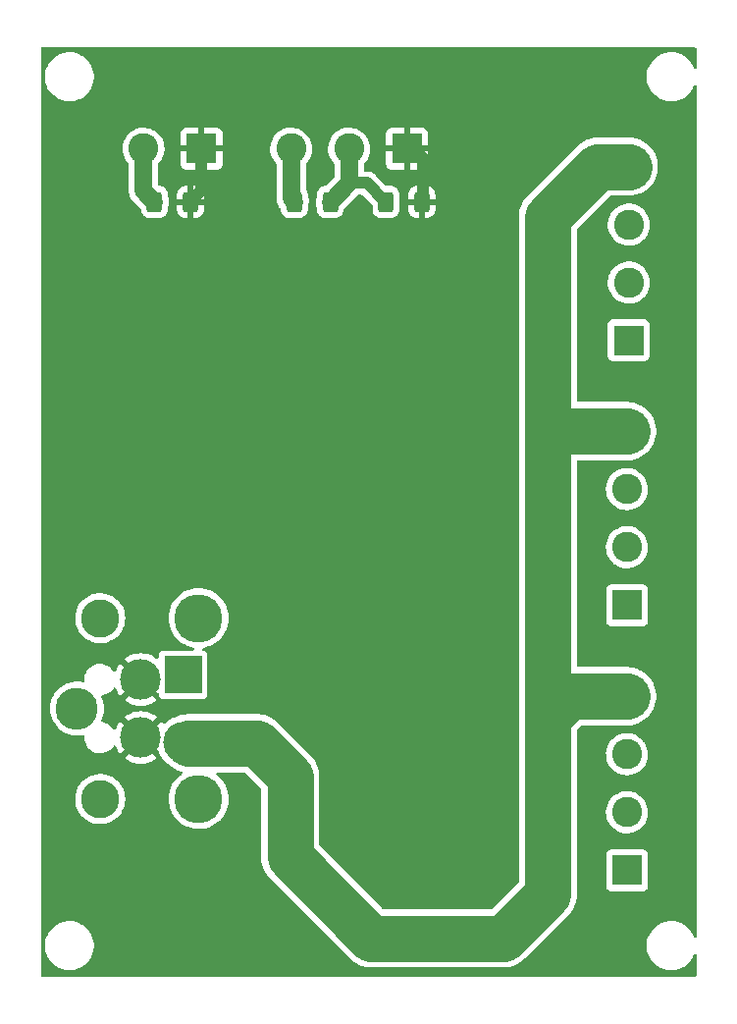
<source format=gbr>
%TF.GenerationSoftware,KiCad,Pcbnew,(6.0.6-0)*%
%TF.CreationDate,2024-04-04T07:50:36+02:00*%
%TF.ProjectId,9outputs,396f7574-7075-4747-932e-6b696361645f,rev?*%
%TF.SameCoordinates,Original*%
%TF.FileFunction,Copper,L2,Bot*%
%TF.FilePolarity,Positive*%
%FSLAX46Y46*%
G04 Gerber Fmt 4.6, Leading zero omitted, Abs format (unit mm)*
G04 Created by KiCad (PCBNEW (6.0.6-0)) date 2024-04-04 07:50:36*
%MOMM*%
%LPD*%
G01*
G04 APERTURE LIST*
G04 Aperture macros list*
%AMRoundRect*
0 Rectangle with rounded corners*
0 $1 Rounding radius*
0 $2 $3 $4 $5 $6 $7 $8 $9 X,Y pos of 4 corners*
0 Add a 4 corners polygon primitive as box body*
4,1,4,$2,$3,$4,$5,$6,$7,$8,$9,$2,$3,0*
0 Add four circle primitives for the rounded corners*
1,1,$1+$1,$2,$3*
1,1,$1+$1,$4,$5*
1,1,$1+$1,$6,$7*
1,1,$1+$1,$8,$9*
0 Add four rect primitives between the rounded corners*
20,1,$1+$1,$2,$3,$4,$5,0*
20,1,$1+$1,$4,$5,$6,$7,0*
20,1,$1+$1,$6,$7,$8,$9,0*
20,1,$1+$1,$8,$9,$2,$3,0*%
G04 Aperture macros list end*
%TA.AperFunction,ComponentPad*%
%ADD10R,3.200000X3.200000*%
%TD*%
%TA.AperFunction,ComponentPad*%
%ADD11C,3.500000*%
%TD*%
%TA.AperFunction,ComponentPad*%
%ADD12C,4.155000*%
%TD*%
%TA.AperFunction,ComponentPad*%
%ADD13C,3.300000*%
%TD*%
%TA.AperFunction,ComponentPad*%
%ADD14C,3.630000*%
%TD*%
%TA.AperFunction,SMDPad,CuDef*%
%ADD15RoundRect,0.250000X-0.400000X-0.625000X0.400000X-0.625000X0.400000X0.625000X-0.400000X0.625000X0*%
%TD*%
%TA.AperFunction,ComponentPad*%
%ADD16R,2.600000X2.600000*%
%TD*%
%TA.AperFunction,ComponentPad*%
%ADD17C,2.600000*%
%TD*%
%TA.AperFunction,ViaPad*%
%ADD18C,4.000000*%
%TD*%
%TA.AperFunction,Conductor*%
%ADD19C,1.000000*%
%TD*%
%TA.AperFunction,Conductor*%
%ADD20C,1.500000*%
%TD*%
%TA.AperFunction,Conductor*%
%ADD21C,4.000000*%
%TD*%
G04 APERTURE END LIST*
D10*
%TO.P,1111,1,1*%
%TO.N,+5V*%
X103528000Y-87397500D03*
D11*
%TO.P,1111,2,2*%
%TO.N,+12V*%
X103528000Y-93197500D03*
%TO.P,1111,3,3*%
%TO.N,GND*%
X99878000Y-87797500D03*
%TO.P,1111,4,4*%
X99878000Y-92797500D03*
D12*
%TO.P,1111,MH1,MH1*%
%TO.N,unconnected-(1111-PadMH1)*%
X104878000Y-82497500D03*
%TO.P,1111,MH2,MH2*%
%TO.N,unconnected-(1111-PadMH2)*%
X104878000Y-98097500D03*
D13*
%TO.P,1111,MH3,MH3*%
%TO.N,unconnected-(1111-PadMH3)*%
X96378000Y-82497500D03*
%TO.P,1111,MH4,MH4*%
%TO.N,unconnected-(1111-PadMH4)*%
X96378000Y-98097500D03*
D14*
%TO.P,1111,MH5,MH5*%
%TO.N,unconnected-(1111-PadMH5)*%
X94378000Y-90297500D03*
%TD*%
D15*
%TO.P,R3,1*%
%TO.N,IN2*%
X121031000Y-46609000D03*
%TO.P,R3,2*%
%TO.N,GND*%
X124131000Y-46609000D03*
%TD*%
%TO.P,R2,2*%
%TO.N,IN2*%
X116231000Y-46609000D03*
%TO.P,R2,1*%
%TO.N,+3.3V*%
X113131000Y-46609000D03*
%TD*%
%TO.P,R1,1*%
%TO.N,IN1*%
X101066000Y-46609000D03*
%TO.P,R1,2*%
%TO.N,GND*%
X104166000Y-46609000D03*
%TD*%
D16*
%TO.P,J1,1,Pin_1*%
%TO.N,GND_OUT7*%
X141986000Y-58554000D03*
D17*
%TO.P,J1,2,Pin_2*%
%TO.N,GND_OUT8*%
X141986000Y-53554000D03*
%TO.P,J1,3,Pin_3*%
%TO.N,GND_OUT9*%
X141986000Y-48554000D03*
%TO.P,J1,4,Pin_4*%
%TO.N,+12V*%
X141986000Y-43554000D03*
%TD*%
D16*
%TO.P,J11,1,Pin_1*%
%TO.N,GND*%
X105116000Y-42009000D03*
D17*
%TO.P,J11,2,Pin_2*%
%TO.N,IN1*%
X100116000Y-42009000D03*
%TD*%
D16*
%TO.P,J4,1,Pin_1*%
%TO.N,GND*%
X122856000Y-42009000D03*
D17*
%TO.P,J4,2,Pin_2*%
%TO.N,IN2*%
X117856000Y-42009000D03*
%TO.P,J4,3,Pin_3*%
%TO.N,+3.3V*%
X112856000Y-42009000D03*
%TD*%
D16*
%TO.P,J3,1,Pin_1*%
%TO.N,GND_OUT1*%
X141831000Y-104234000D03*
D17*
%TO.P,J3,2,Pin_2*%
%TO.N,GND_OUT2*%
X141831000Y-99234000D03*
%TO.P,J3,3,Pin_3*%
%TO.N,GND_OUT3*%
X141831000Y-94234000D03*
%TO.P,J3,4,Pin_4*%
%TO.N,+12V*%
X141831000Y-89234000D03*
%TD*%
D16*
%TO.P,J2,1,Pin_1*%
%TO.N,GND_OUT4*%
X141831000Y-81374000D03*
D17*
%TO.P,J2,2,Pin_2*%
%TO.N,GND_OUT5*%
X141831000Y-76374000D03*
%TO.P,J2,3,Pin_3*%
%TO.N,GND_OUT6*%
X141831000Y-71374000D03*
%TO.P,J2,4,Pin_4*%
%TO.N,+12V*%
X141831000Y-66374000D03*
%TD*%
D18*
%TO.N,GND*%
X93726000Y-50419000D03*
X122936000Y-96774000D03*
X122936000Y-73914000D03*
X122936000Y-66294000D03*
X122936000Y-58674000D03*
X122936000Y-51054000D03*
X122936000Y-81534000D03*
X122936000Y-89154000D03*
X122936000Y-104394000D03*
%TD*%
D19*
%TO.N,GND*%
X123416000Y-42009000D02*
X124206000Y-42799000D01*
X122856000Y-42009000D02*
X123416000Y-42009000D01*
X124206000Y-42799000D02*
X124206000Y-46534000D01*
X124206000Y-46534000D02*
X124131000Y-46609000D01*
%TO.N,IN2*%
X121031000Y-46609000D02*
X119406000Y-44984000D01*
X119406000Y-44984000D02*
X117856000Y-44984000D01*
D20*
X117856000Y-42009000D02*
X117856000Y-44984000D01*
X117856000Y-44984000D02*
X116231000Y-46609000D01*
%TO.N,+3.3V*%
X112856000Y-42009000D02*
X112856000Y-46334000D01*
X112856000Y-46334000D02*
X113131000Y-46609000D01*
%TO.N,IN1*%
X100116000Y-42009000D02*
X100116000Y-45659000D01*
X100116000Y-45659000D02*
X101066000Y-46609000D01*
D19*
%TO.N,GND*%
X105116000Y-42009000D02*
X105116000Y-45659000D01*
X105116000Y-45659000D02*
X104166000Y-46609000D01*
D21*
%TO.N,+12V*%
X135001000Y-66929000D02*
X135001000Y-91059000D01*
X135001000Y-106299000D02*
X131191000Y-110109000D01*
X112776000Y-96139000D02*
X109921000Y-93284000D01*
X109921000Y-93284000D02*
X104026000Y-93284000D01*
X135556000Y-66374000D02*
X135001000Y-66929000D01*
X135001000Y-91059000D02*
X135001000Y-106299000D01*
X119761000Y-110109000D02*
X112776000Y-103124000D01*
X131191000Y-110109000D02*
X119761000Y-110109000D01*
X112776000Y-103124000D02*
X112776000Y-96139000D01*
X135001000Y-47879000D02*
X135001000Y-66929000D01*
X141986000Y-43554000D02*
X139326000Y-43554000D01*
X141831000Y-66374000D02*
X135556000Y-66374000D01*
X136826000Y-89234000D02*
X135001000Y-91059000D01*
X141831000Y-89234000D02*
X136826000Y-89234000D01*
X139326000Y-43554000D02*
X135001000Y-47879000D01*
%TD*%
%TA.AperFunction,Conductor*%
%TO.N,GND*%
G36*
X147788621Y-33303502D02*
G01*
X147835114Y-33357158D01*
X147846500Y-33409500D01*
X147846500Y-34993878D01*
X147826498Y-35061999D01*
X147772842Y-35108492D01*
X147702568Y-35118596D01*
X147637988Y-35089102D01*
X147604603Y-35043313D01*
X147525763Y-34858477D01*
X147524077Y-34854524D01*
X147376439Y-34607839D01*
X147196687Y-34383472D01*
X146988149Y-34185577D01*
X146754683Y-34017814D01*
X146732843Y-34006250D01*
X146709654Y-33993972D01*
X146500608Y-33883288D01*
X146230627Y-33784489D01*
X145949736Y-33723245D01*
X145918685Y-33720801D01*
X145726718Y-33705693D01*
X145726709Y-33705693D01*
X145724261Y-33705500D01*
X145568729Y-33705500D01*
X145566593Y-33705646D01*
X145566582Y-33705646D01*
X145358452Y-33719835D01*
X145358446Y-33719836D01*
X145354175Y-33720127D01*
X145349980Y-33720996D01*
X145349978Y-33720996D01*
X145213417Y-33749276D01*
X145072658Y-33778426D01*
X144801657Y-33874393D01*
X144546188Y-34006250D01*
X144542687Y-34008711D01*
X144542683Y-34008713D01*
X144532594Y-34015804D01*
X144310977Y-34171559D01*
X144100378Y-34367260D01*
X143918287Y-34589732D01*
X143768073Y-34834858D01*
X143652517Y-35098102D01*
X143573756Y-35374594D01*
X143533249Y-35659216D01*
X143533227Y-35663505D01*
X143533226Y-35663512D01*
X143531765Y-35942417D01*
X143531743Y-35946703D01*
X143569268Y-36231734D01*
X143645129Y-36509036D01*
X143646813Y-36512984D01*
X143677694Y-36585382D01*
X143757923Y-36773476D01*
X143905561Y-37020161D01*
X144085313Y-37244528D01*
X144293851Y-37442423D01*
X144527317Y-37610186D01*
X144531112Y-37612195D01*
X144531113Y-37612196D01*
X144552869Y-37623715D01*
X144781392Y-37744712D01*
X145051373Y-37843511D01*
X145332264Y-37904755D01*
X145360841Y-37907004D01*
X145555282Y-37922307D01*
X145555291Y-37922307D01*
X145557739Y-37922500D01*
X145713271Y-37922500D01*
X145715407Y-37922354D01*
X145715418Y-37922354D01*
X145923548Y-37908165D01*
X145923554Y-37908164D01*
X145927825Y-37907873D01*
X145932020Y-37907004D01*
X145932022Y-37907004D01*
X146068584Y-37878723D01*
X146209342Y-37849574D01*
X146480343Y-37753607D01*
X146735812Y-37621750D01*
X146739313Y-37619289D01*
X146739317Y-37619287D01*
X146853417Y-37539096D01*
X146971023Y-37456441D01*
X147181622Y-37260740D01*
X147363713Y-37038268D01*
X147513927Y-36793142D01*
X147605127Y-36585381D01*
X147650823Y-36531047D01*
X147718641Y-36510042D01*
X147787049Y-36529036D01*
X147834329Y-36582000D01*
X147846500Y-36636028D01*
X147846500Y-109923878D01*
X147826498Y-109991999D01*
X147772842Y-110038492D01*
X147702568Y-110048596D01*
X147637988Y-110019102D01*
X147604603Y-109973313D01*
X147525763Y-109788477D01*
X147524077Y-109784524D01*
X147376439Y-109537839D01*
X147196687Y-109313472D01*
X146988149Y-109115577D01*
X146754683Y-108947814D01*
X146732843Y-108936250D01*
X146709654Y-108923972D01*
X146500608Y-108813288D01*
X146230627Y-108714489D01*
X145949736Y-108653245D01*
X145918685Y-108650801D01*
X145726718Y-108635693D01*
X145726709Y-108635693D01*
X145724261Y-108635500D01*
X145568729Y-108635500D01*
X145566593Y-108635646D01*
X145566582Y-108635646D01*
X145358452Y-108649835D01*
X145358446Y-108649836D01*
X145354175Y-108650127D01*
X145349980Y-108650996D01*
X145349978Y-108650996D01*
X145213416Y-108679277D01*
X145072658Y-108708426D01*
X144801657Y-108804393D01*
X144546188Y-108936250D01*
X144542687Y-108938711D01*
X144542683Y-108938713D01*
X144532594Y-108945804D01*
X144310977Y-109101559D01*
X144100378Y-109297260D01*
X143918287Y-109519732D01*
X143768073Y-109764858D01*
X143652517Y-110028102D01*
X143573756Y-110304594D01*
X143533249Y-110589216D01*
X143533227Y-110593505D01*
X143533226Y-110593512D01*
X143531765Y-110872417D01*
X143531743Y-110876703D01*
X143569268Y-111161734D01*
X143645129Y-111439036D01*
X143646813Y-111442984D01*
X143677694Y-111515382D01*
X143757923Y-111703476D01*
X143769693Y-111723142D01*
X143900218Y-111941233D01*
X143905561Y-111950161D01*
X144085313Y-112174528D01*
X144190388Y-112274240D01*
X144282854Y-112361987D01*
X144293851Y-112372423D01*
X144376285Y-112431658D01*
X144501060Y-112521318D01*
X144527317Y-112540186D01*
X144531112Y-112542195D01*
X144531113Y-112542196D01*
X144552869Y-112553715D01*
X144781392Y-112674712D01*
X145051373Y-112773511D01*
X145332264Y-112834755D01*
X145360841Y-112837004D01*
X145555282Y-112852307D01*
X145555291Y-112852307D01*
X145557739Y-112852500D01*
X145713271Y-112852500D01*
X145715407Y-112852354D01*
X145715418Y-112852354D01*
X145923548Y-112838165D01*
X145923554Y-112838164D01*
X145927825Y-112837873D01*
X145932020Y-112837004D01*
X145932022Y-112837004D01*
X146068583Y-112808724D01*
X146209342Y-112779574D01*
X146480343Y-112683607D01*
X146658767Y-112591516D01*
X146732005Y-112553715D01*
X146732006Y-112553715D01*
X146735812Y-112551750D01*
X146739313Y-112549289D01*
X146739317Y-112549287D01*
X146884594Y-112447184D01*
X146971023Y-112386441D01*
X147077299Y-112287683D01*
X147178479Y-112193661D01*
X147178481Y-112193658D01*
X147181622Y-112190740D01*
X147363713Y-111968268D01*
X147513927Y-111723142D01*
X147605127Y-111515381D01*
X147650823Y-111461047D01*
X147718641Y-111440042D01*
X147787049Y-111459036D01*
X147834329Y-111512000D01*
X147846500Y-111566028D01*
X147846500Y-113272500D01*
X147826498Y-113340621D01*
X147772842Y-113387114D01*
X147720500Y-113398500D01*
X91378500Y-113398500D01*
X91310379Y-113378498D01*
X91263886Y-113324842D01*
X91252500Y-113272500D01*
X91252500Y-110876703D01*
X91616743Y-110876703D01*
X91654268Y-111161734D01*
X91730129Y-111439036D01*
X91731813Y-111442984D01*
X91762694Y-111515382D01*
X91842923Y-111703476D01*
X91854693Y-111723142D01*
X91985218Y-111941233D01*
X91990561Y-111950161D01*
X92170313Y-112174528D01*
X92275388Y-112274240D01*
X92367854Y-112361987D01*
X92378851Y-112372423D01*
X92461285Y-112431658D01*
X92586060Y-112521318D01*
X92612317Y-112540186D01*
X92616112Y-112542195D01*
X92616113Y-112542196D01*
X92637869Y-112553715D01*
X92866392Y-112674712D01*
X93136373Y-112773511D01*
X93417264Y-112834755D01*
X93445841Y-112837004D01*
X93640282Y-112852307D01*
X93640291Y-112852307D01*
X93642739Y-112852500D01*
X93798271Y-112852500D01*
X93800407Y-112852354D01*
X93800418Y-112852354D01*
X94008548Y-112838165D01*
X94008554Y-112838164D01*
X94012825Y-112837873D01*
X94017020Y-112837004D01*
X94017022Y-112837004D01*
X94153583Y-112808724D01*
X94294342Y-112779574D01*
X94565343Y-112683607D01*
X94743767Y-112591516D01*
X94817005Y-112553715D01*
X94817006Y-112553715D01*
X94820812Y-112551750D01*
X94824313Y-112549289D01*
X94824317Y-112549287D01*
X94969594Y-112447184D01*
X95056023Y-112386441D01*
X95162299Y-112287683D01*
X95263479Y-112193661D01*
X95263481Y-112193658D01*
X95266622Y-112190740D01*
X95448713Y-111968268D01*
X95598927Y-111723142D01*
X95714483Y-111459898D01*
X95793244Y-111183406D01*
X95833751Y-110898784D01*
X95833845Y-110880951D01*
X95835235Y-110615583D01*
X95835235Y-110615576D01*
X95835257Y-110611297D01*
X95797732Y-110326266D01*
X95721871Y-110048964D01*
X95609077Y-109784524D01*
X95461439Y-109537839D01*
X95281687Y-109313472D01*
X95073149Y-109115577D01*
X94839683Y-108947814D01*
X94817843Y-108936250D01*
X94794654Y-108923972D01*
X94585608Y-108813288D01*
X94315627Y-108714489D01*
X94034736Y-108653245D01*
X94003685Y-108650801D01*
X93811718Y-108635693D01*
X93811709Y-108635693D01*
X93809261Y-108635500D01*
X93653729Y-108635500D01*
X93651593Y-108635646D01*
X93651582Y-108635646D01*
X93443452Y-108649835D01*
X93443446Y-108649836D01*
X93439175Y-108650127D01*
X93434980Y-108650996D01*
X93434978Y-108650996D01*
X93298416Y-108679277D01*
X93157658Y-108708426D01*
X92886657Y-108804393D01*
X92631188Y-108936250D01*
X92627687Y-108938711D01*
X92627683Y-108938713D01*
X92617594Y-108945804D01*
X92395977Y-109101559D01*
X92185378Y-109297260D01*
X92003287Y-109519732D01*
X91853073Y-109764858D01*
X91737517Y-110028102D01*
X91658756Y-110304594D01*
X91618249Y-110589216D01*
X91618227Y-110593505D01*
X91618226Y-110593512D01*
X91616765Y-110872417D01*
X91616743Y-110876703D01*
X91252500Y-110876703D01*
X91252500Y-98074844D01*
X94214575Y-98074844D01*
X94231516Y-98368664D01*
X94232341Y-98372871D01*
X94232342Y-98372876D01*
X94247312Y-98449179D01*
X94288177Y-98657466D01*
X94289564Y-98661516D01*
X94289565Y-98661521D01*
X94382120Y-98931851D01*
X94383509Y-98935907D01*
X94515747Y-99198834D01*
X94518173Y-99202363D01*
X94518176Y-99202369D01*
X94602979Y-99325758D01*
X94682445Y-99441381D01*
X94880518Y-99659060D01*
X94883807Y-99661810D01*
X95103009Y-99845092D01*
X95103014Y-99845096D01*
X95106301Y-99847844D01*
X95172051Y-99889089D01*
X95351976Y-100001956D01*
X95351980Y-100001958D01*
X95355616Y-100004239D01*
X95428293Y-100037054D01*
X95619937Y-100123585D01*
X95619941Y-100123587D01*
X95623849Y-100125351D01*
X95627968Y-100126571D01*
X95901924Y-100207721D01*
X95901929Y-100207722D01*
X95906037Y-100208939D01*
X95910271Y-100209587D01*
X95910276Y-100209588D01*
X96192717Y-100252807D01*
X96192719Y-100252807D01*
X96196959Y-100253456D01*
X96346772Y-100255810D01*
X96486940Y-100258012D01*
X96486946Y-100258012D01*
X96491231Y-100258079D01*
X96783408Y-100222722D01*
X97068082Y-100148039D01*
X97339988Y-100035412D01*
X97594092Y-99886925D01*
X97825694Y-99705327D01*
X97873605Y-99655887D01*
X98027523Y-99497054D01*
X98030506Y-99493976D01*
X98204741Y-99256785D01*
X98206787Y-99253017D01*
X98343122Y-99001918D01*
X98343123Y-99001916D01*
X98345172Y-98998142D01*
X98397188Y-98860487D01*
X98447685Y-98726851D01*
X98447686Y-98726847D01*
X98449203Y-98722833D01*
X98507967Y-98466254D01*
X98513949Y-98440137D01*
X98513950Y-98440133D01*
X98514907Y-98435953D01*
X98516780Y-98414974D01*
X98540849Y-98145276D01*
X98540849Y-98145274D01*
X98541069Y-98142810D01*
X98541544Y-98097500D01*
X98539953Y-98074162D01*
X98521819Y-97808150D01*
X98521818Y-97808144D01*
X98521527Y-97803873D01*
X98518662Y-97790036D01*
X98466310Y-97537239D01*
X98461845Y-97515680D01*
X98363603Y-97238253D01*
X98228618Y-96976726D01*
X98212589Y-96953918D01*
X98061856Y-96739448D01*
X98061855Y-96739447D01*
X98059389Y-96735938D01*
X97859048Y-96520344D01*
X97836936Y-96502245D01*
X97671618Y-96366935D01*
X97631300Y-96333935D01*
X97380361Y-96180160D01*
X97376393Y-96178418D01*
X97114802Y-96063587D01*
X97114798Y-96063586D01*
X97110874Y-96061863D01*
X96827826Y-95981235D01*
X96823584Y-95980631D01*
X96823578Y-95980630D01*
X96540705Y-95940371D01*
X96536454Y-95939766D01*
X96381306Y-95938954D01*
X96246436Y-95938247D01*
X96246430Y-95938247D01*
X96242150Y-95938225D01*
X96237906Y-95938784D01*
X96237902Y-95938784D01*
X96109341Y-95955710D01*
X95950360Y-95976640D01*
X95946220Y-95977773D01*
X95946218Y-95977773D01*
X95696980Y-96045957D01*
X95666483Y-96054300D01*
X95653000Y-96060051D01*
X95399714Y-96168086D01*
X95399707Y-96168090D01*
X95395772Y-96169768D01*
X95243386Y-96260969D01*
X95146918Y-96318704D01*
X95146914Y-96318707D01*
X95143236Y-96320908D01*
X94913549Y-96504922D01*
X94910605Y-96508024D01*
X94910601Y-96508028D01*
X94794763Y-96630096D01*
X94710961Y-96718405D01*
X94539220Y-96957408D01*
X94401504Y-97217507D01*
X94400029Y-97221538D01*
X94312973Y-97459430D01*
X94300362Y-97493890D01*
X94237666Y-97781443D01*
X94236584Y-97795197D01*
X94219487Y-98012437D01*
X94214575Y-98074844D01*
X91252500Y-98074844D01*
X91252500Y-94566356D01*
X98474601Y-94566356D01*
X98481059Y-94575716D01*
X98497361Y-94590012D01*
X98503901Y-94595030D01*
X98743144Y-94754887D01*
X98750281Y-94759008D01*
X99008349Y-94886272D01*
X99015953Y-94889422D01*
X99288420Y-94981912D01*
X99296383Y-94984046D01*
X99578600Y-95040183D01*
X99586751Y-95041256D01*
X99873881Y-95060075D01*
X99882119Y-95060075D01*
X100169249Y-95041256D01*
X100177400Y-95040183D01*
X100459617Y-94984046D01*
X100467580Y-94981912D01*
X100740047Y-94889422D01*
X100747651Y-94886272D01*
X101005719Y-94759008D01*
X101012856Y-94754887D01*
X101252099Y-94595030D01*
X101258639Y-94590012D01*
X101273074Y-94577353D01*
X101281472Y-94564114D01*
X101275638Y-94554349D01*
X99890810Y-93169520D01*
X99876869Y-93161908D01*
X99875034Y-93162039D01*
X99868420Y-93166290D01*
X98482116Y-94552595D01*
X98474601Y-94566356D01*
X91252500Y-94566356D01*
X91252500Y-90297500D01*
X92049515Y-90297500D01*
X92049785Y-90301619D01*
X92068083Y-90580779D01*
X92069436Y-90601428D01*
X92128856Y-90900156D01*
X92130181Y-90904060D01*
X92130182Y-90904063D01*
X92198880Y-91106441D01*
X92226760Y-91188573D01*
X92228583Y-91192269D01*
X92228586Y-91192277D01*
X92280712Y-91297977D01*
X92361473Y-91461742D01*
X92530689Y-91714992D01*
X92731512Y-91943988D01*
X92960508Y-92144811D01*
X93213757Y-92314027D01*
X93217460Y-92315853D01*
X93483223Y-92446914D01*
X93483231Y-92446917D01*
X93486927Y-92448740D01*
X93490841Y-92450069D01*
X93490842Y-92450069D01*
X93771437Y-92545318D01*
X93771440Y-92545319D01*
X93775344Y-92546644D01*
X93998406Y-92591013D01*
X94070029Y-92605260D01*
X94070032Y-92605260D01*
X94074072Y-92606064D01*
X94078183Y-92606333D01*
X94078187Y-92606334D01*
X94373881Y-92625715D01*
X94378000Y-92625985D01*
X94382119Y-92625715D01*
X94677813Y-92606334D01*
X94677817Y-92606333D01*
X94681928Y-92606064D01*
X94685968Y-92605260D01*
X94685971Y-92605260D01*
X94869854Y-92568684D01*
X94940568Y-92575012D01*
X94996635Y-92618567D01*
X95020254Y-92685519D01*
X95019343Y-92708816D01*
X95016803Y-92727985D01*
X95016102Y-92733274D01*
X95016302Y-92738603D01*
X95016302Y-92738605D01*
X95018330Y-92792631D01*
X95024751Y-92963658D01*
X95025846Y-92968877D01*
X95033545Y-93005569D01*
X95072093Y-93189291D01*
X95074051Y-93194250D01*
X95074052Y-93194252D01*
X95085770Y-93223922D01*
X95156776Y-93403721D01*
X95159543Y-93408280D01*
X95159544Y-93408283D01*
X95186824Y-93453238D01*
X95276377Y-93600817D01*
X95279874Y-93604847D01*
X95369673Y-93708331D01*
X95427477Y-93774945D01*
X95431608Y-93778332D01*
X95601627Y-93917740D01*
X95601633Y-93917744D01*
X95605755Y-93921124D01*
X95610391Y-93923763D01*
X95610394Y-93923765D01*
X95676473Y-93961379D01*
X95806114Y-94035175D01*
X96022825Y-94113837D01*
X96028074Y-94114786D01*
X96028077Y-94114787D01*
X96245608Y-94154123D01*
X96245615Y-94154124D01*
X96249692Y-94154861D01*
X96267414Y-94155697D01*
X96272356Y-94155930D01*
X96272363Y-94155930D01*
X96273844Y-94156000D01*
X96435890Y-94156000D01*
X96502809Y-94150322D01*
X96602409Y-94141871D01*
X96602413Y-94141870D01*
X96607720Y-94141420D01*
X96612875Y-94140082D01*
X96612881Y-94140081D01*
X96825703Y-94084843D01*
X96825707Y-94084842D01*
X96830872Y-94083501D01*
X96835738Y-94081309D01*
X96835741Y-94081308D01*
X97036202Y-93991007D01*
X97041075Y-93988812D01*
X97232319Y-93860059D01*
X97399135Y-93700924D01*
X97531236Y-93523374D01*
X97587945Y-93480662D01*
X97658746Y-93475389D01*
X97721158Y-93509231D01*
X97751637Y-93558087D01*
X97786078Y-93659547D01*
X97789228Y-93667151D01*
X97916492Y-93925218D01*
X97920613Y-93932355D01*
X98080470Y-94171599D01*
X98085488Y-94178139D01*
X98098147Y-94192574D01*
X98111386Y-94200972D01*
X98121151Y-94195138D01*
X99505980Y-92810310D01*
X99512357Y-92798631D01*
X100242408Y-92798631D01*
X100242539Y-92800466D01*
X100246790Y-92807080D01*
X101382036Y-93942325D01*
X101412254Y-93990919D01*
X101436941Y-94063645D01*
X101567885Y-94329173D01*
X101570179Y-94332606D01*
X101718343Y-94554349D01*
X101732367Y-94575338D01*
X101735081Y-94578432D01*
X101735085Y-94578438D01*
X101924864Y-94794838D01*
X101927573Y-94797927D01*
X101930662Y-94800636D01*
X102147062Y-94990415D01*
X102147068Y-94990419D01*
X102150162Y-94993133D01*
X102153592Y-94995425D01*
X102153600Y-94995431D01*
X102244629Y-95056254D01*
X102266477Y-95074765D01*
X102305418Y-95116233D01*
X102308469Y-95118757D01*
X102308470Y-95118758D01*
X102386546Y-95183348D01*
X102548625Y-95317432D01*
X102815131Y-95486562D01*
X102818710Y-95488246D01*
X102818717Y-95488250D01*
X103097144Y-95619267D01*
X103097148Y-95619269D01*
X103100734Y-95620956D01*
X103104506Y-95622182D01*
X103104507Y-95622182D01*
X103397157Y-95717270D01*
X103397161Y-95717271D01*
X103400289Y-95718287D01*
X103400290Y-95718288D01*
X103400928Y-95718495D01*
X103400881Y-95718639D01*
X103460667Y-95754224D01*
X103492359Y-95817754D01*
X103484672Y-95888334D01*
X103440048Y-95943553D01*
X103432758Y-95948237D01*
X103425057Y-95952819D01*
X103425053Y-95952822D01*
X103421795Y-95954760D01*
X103418794Y-95957075D01*
X103418790Y-95957078D01*
X103284493Y-96060688D01*
X103174920Y-96145223D01*
X103172219Y-96147882D01*
X103172212Y-96147888D01*
X102993729Y-96323590D01*
X102952715Y-96363965D01*
X102950351Y-96366932D01*
X102950348Y-96366935D01*
X102760762Y-96604850D01*
X102758397Y-96607818D01*
X102594783Y-96873250D01*
X102464242Y-97156415D01*
X102463083Y-97160015D01*
X102463080Y-97160022D01*
X102378113Y-97423873D01*
X102368665Y-97453212D01*
X102367946Y-97456928D01*
X102367944Y-97456936D01*
X102310156Y-97755623D01*
X102310155Y-97755632D01*
X102309437Y-97759342D01*
X102309170Y-97763118D01*
X102309169Y-97763123D01*
X102291517Y-98012437D01*
X102287415Y-98070370D01*
X102292915Y-98180854D01*
X102295060Y-98223922D01*
X102302919Y-98381792D01*
X102303560Y-98385523D01*
X102303561Y-98385531D01*
X102350985Y-98661521D01*
X102355723Y-98689095D01*
X102356811Y-98692734D01*
X102356812Y-98692737D01*
X102423145Y-98914538D01*
X102445063Y-98987828D01*
X102569645Y-99273665D01*
X102571568Y-99276936D01*
X102571570Y-99276940D01*
X102725742Y-99539195D01*
X102725747Y-99539203D01*
X102727665Y-99542465D01*
X102916832Y-99790334D01*
X103134408Y-100013682D01*
X103377241Y-100209274D01*
X103509527Y-100291775D01*
X103557200Y-100321506D01*
X103641812Y-100374275D01*
X103924290Y-100506297D01*
X104220582Y-100603427D01*
X104224296Y-100604166D01*
X104224297Y-100604166D01*
X104252817Y-100609839D01*
X104526398Y-100664257D01*
X104530170Y-100664544D01*
X104530178Y-100664545D01*
X104833530Y-100687620D01*
X104833535Y-100687620D01*
X104837307Y-100687907D01*
X105148805Y-100674035D01*
X105152543Y-100673413D01*
X105152551Y-100673412D01*
X105452638Y-100623463D01*
X105452640Y-100623462D01*
X105456380Y-100622840D01*
X105755577Y-100535065D01*
X105759044Y-100533575D01*
X105759048Y-100533574D01*
X106038579Y-100413478D01*
X106038581Y-100413477D01*
X106042063Y-100411981D01*
X106311686Y-100255372D01*
X106314708Y-100253091D01*
X106314712Y-100253088D01*
X106557519Y-100069787D01*
X106557520Y-100069786D01*
X106560543Y-100067504D01*
X106664549Y-99967242D01*
X106782293Y-99853737D01*
X106782296Y-99853733D01*
X106785027Y-99851101D01*
X106896581Y-99714079D01*
X106979496Y-99612233D01*
X106979497Y-99612232D01*
X106981887Y-99609296D01*
X107024054Y-99542465D01*
X107146248Y-99348799D01*
X107146251Y-99348793D01*
X107148271Y-99345592D01*
X107281770Y-99063810D01*
X107380450Y-98768029D01*
X107442881Y-98462537D01*
X107468159Y-98151756D01*
X107468727Y-98097500D01*
X107468578Y-98095019D01*
X107450191Y-97790036D01*
X107450191Y-97790032D01*
X107449963Y-97786258D01*
X107393944Y-97479525D01*
X107301480Y-97181743D01*
X107173912Y-96897226D01*
X107064381Y-96715296D01*
X107015045Y-96633349D01*
X107015041Y-96633343D01*
X107013086Y-96630096D01*
X107010759Y-96627112D01*
X107010754Y-96627105D01*
X106823669Y-96387216D01*
X106823667Y-96387213D01*
X106821333Y-96384221D01*
X106601430Y-96163164D01*
X106416592Y-96017450D01*
X106375479Y-95959569D01*
X106372185Y-95888649D01*
X106407756Y-95827206D01*
X106470899Y-95794749D01*
X106494598Y-95792500D01*
X108829756Y-95792500D01*
X108897877Y-95812502D01*
X108918851Y-95829405D01*
X110230595Y-97141149D01*
X110264621Y-97203461D01*
X110267500Y-97230244D01*
X110267500Y-103082597D01*
X110267438Y-103086555D01*
X110263780Y-103202949D01*
X110274743Y-103318915D01*
X110275048Y-103322807D01*
X110282359Y-103439020D01*
X110283101Y-103442909D01*
X110283102Y-103442918D01*
X110288652Y-103472010D01*
X110290325Y-103483762D01*
X110293485Y-103517192D01*
X110318894Y-103630864D01*
X110319685Y-103634688D01*
X110341505Y-103749072D01*
X110342729Y-103752839D01*
X110342730Y-103752843D01*
X110351881Y-103781007D01*
X110355014Y-103792456D01*
X110362340Y-103825233D01*
X110401803Y-103934845D01*
X110403056Y-103938507D01*
X110439044Y-104049266D01*
X110440726Y-104052841D01*
X110440729Y-104052848D01*
X110453344Y-104079657D01*
X110457885Y-104090621D01*
X110467920Y-104118493D01*
X110467924Y-104118501D01*
X110469261Y-104122216D01*
X110471050Y-104125727D01*
X110471053Y-104125734D01*
X110522126Y-104225969D01*
X110523863Y-104229515D01*
X110573438Y-104334869D01*
X110575559Y-104338211D01*
X110575560Y-104338213D01*
X110591434Y-104363226D01*
X110597312Y-104373531D01*
X110612559Y-104403455D01*
X110614786Y-104406732D01*
X110614789Y-104406737D01*
X110678003Y-104499753D01*
X110680171Y-104503053D01*
X110742568Y-104601375D01*
X110745096Y-104604430D01*
X110745099Y-104604435D01*
X110763980Y-104627259D01*
X110771103Y-104636746D01*
X110789977Y-104664518D01*
X110792596Y-104667489D01*
X110792601Y-104667495D01*
X110866972Y-104751850D01*
X110869532Y-104754847D01*
X110943767Y-104844582D01*
X110946654Y-104847293D01*
X111028675Y-104924316D01*
X111031517Y-104927071D01*
X117957929Y-111853483D01*
X117960683Y-111856324D01*
X118040418Y-111941233D01*
X118130172Y-112015484D01*
X118133134Y-112018014D01*
X118220483Y-112095023D01*
X118223763Y-112097252D01*
X118248255Y-112113897D01*
X118257742Y-112121020D01*
X118283625Y-112142432D01*
X118286969Y-112144554D01*
X118381929Y-112204818D01*
X118385237Y-112206991D01*
X118478264Y-112270211D01*
X118481545Y-112272441D01*
X118485064Y-112274234D01*
X118485069Y-112274237D01*
X118496901Y-112280265D01*
X118511469Y-112287688D01*
X118521770Y-112293564D01*
X118550131Y-112311562D01*
X118655512Y-112361150D01*
X118659013Y-112362865D01*
X118762785Y-112415739D01*
X118766508Y-112417079D01*
X118766514Y-112417082D01*
X118794385Y-112427117D01*
X118805348Y-112431658D01*
X118832144Y-112444267D01*
X118832148Y-112444269D01*
X118835734Y-112445956D01*
X118839498Y-112447179D01*
X118839511Y-112447184D01*
X118922264Y-112474071D01*
X118946477Y-112481939D01*
X118950159Y-112483198D01*
X119059767Y-112522660D01*
X119092539Y-112529986D01*
X119103984Y-112533117D01*
X119132153Y-112542269D01*
X119132161Y-112542271D01*
X119135928Y-112543495D01*
X119139819Y-112544237D01*
X119139818Y-112544237D01*
X119250291Y-112565311D01*
X119254167Y-112566114D01*
X119363939Y-112590651D01*
X119367809Y-112591516D01*
X119371743Y-112591888D01*
X119371750Y-112591889D01*
X119394644Y-112594053D01*
X119401252Y-112594677D01*
X119412998Y-112596349D01*
X119445980Y-112602641D01*
X119519885Y-112607291D01*
X119562165Y-112609951D01*
X119566110Y-112610261D01*
X119612394Y-112614636D01*
X119682051Y-112621220D01*
X119686003Y-112621096D01*
X119686009Y-112621096D01*
X119798445Y-112617562D01*
X119802403Y-112617500D01*
X131149597Y-112617500D01*
X131153555Y-112617562D01*
X131265992Y-112621096D01*
X131265998Y-112621096D01*
X131269949Y-112621220D01*
X131385915Y-112610257D01*
X131389807Y-112609952D01*
X131506020Y-112602641D01*
X131509909Y-112601899D01*
X131509918Y-112601898D01*
X131539010Y-112596348D01*
X131550762Y-112594675D01*
X131551956Y-112594562D01*
X131584192Y-112591515D01*
X131697864Y-112566106D01*
X131701688Y-112565315D01*
X131725532Y-112560766D01*
X131816072Y-112543495D01*
X131819839Y-112542271D01*
X131819843Y-112542270D01*
X131848007Y-112533119D01*
X131859457Y-112529986D01*
X131892233Y-112522660D01*
X132001845Y-112483197D01*
X132005507Y-112481944D01*
X132116266Y-112445956D01*
X132119841Y-112444274D01*
X132119848Y-112444271D01*
X132146657Y-112431656D01*
X132157621Y-112427115D01*
X132185493Y-112417080D01*
X132185501Y-112417076D01*
X132189216Y-112415739D01*
X132192727Y-112413950D01*
X132192734Y-112413947D01*
X132280018Y-112369473D01*
X132292977Y-112362870D01*
X132296524Y-112361133D01*
X132398284Y-112313249D01*
X132398285Y-112313249D01*
X132401869Y-112311562D01*
X132430230Y-112293564D01*
X132440531Y-112287688D01*
X132456032Y-112279790D01*
X132466925Y-112274240D01*
X132466929Y-112274237D01*
X132470455Y-112272441D01*
X132473735Y-112270212D01*
X132473737Y-112270211D01*
X132566753Y-112206997D01*
X132570061Y-112204824D01*
X132668375Y-112142432D01*
X132671430Y-112139904D01*
X132671435Y-112139901D01*
X132694259Y-112121020D01*
X132703746Y-112113897D01*
X132731518Y-112095023D01*
X132734489Y-112092404D01*
X132734495Y-112092399D01*
X132785956Y-112047028D01*
X132818864Y-112018016D01*
X132821861Y-112015456D01*
X132908531Y-111943757D01*
X132911582Y-111941233D01*
X132991317Y-111856324D01*
X132994071Y-111853483D01*
X136745483Y-108102071D01*
X136748325Y-108099316D01*
X136830346Y-108022293D01*
X136833233Y-108019582D01*
X136907484Y-107929828D01*
X136910014Y-107926866D01*
X136987023Y-107839517D01*
X137005898Y-107811744D01*
X137013024Y-107802253D01*
X137034432Y-107776375D01*
X137096818Y-107678071D01*
X137098991Y-107674763D01*
X137162209Y-107581740D01*
X137162212Y-107581734D01*
X137164441Y-107578455D01*
X137179687Y-107548531D01*
X137185565Y-107538227D01*
X137201443Y-107513208D01*
X137203562Y-107509869D01*
X137253143Y-107404505D01*
X137254858Y-107401003D01*
X137307740Y-107297215D01*
X137319117Y-107265613D01*
X137323659Y-107254649D01*
X137336272Y-107227844D01*
X137337956Y-107224266D01*
X137373935Y-107113536D01*
X137375217Y-107109793D01*
X137413315Y-107003971D01*
X137413318Y-107003960D01*
X137414660Y-107000233D01*
X137421986Y-106967461D01*
X137425117Y-106956016D01*
X137434269Y-106927847D01*
X137434271Y-106927839D01*
X137435495Y-106924072D01*
X137457311Y-106809709D01*
X137458114Y-106805833D01*
X137482651Y-106696061D01*
X137482651Y-106696060D01*
X137483516Y-106692191D01*
X137486677Y-106658748D01*
X137488350Y-106646998D01*
X137493897Y-106617919D01*
X137494641Y-106614020D01*
X137501951Y-106497835D01*
X137502261Y-106493890D01*
X137512847Y-106381892D01*
X137513220Y-106377949D01*
X137509562Y-106261555D01*
X137509500Y-106257597D01*
X137509500Y-105582134D01*
X140022500Y-105582134D01*
X140029255Y-105644316D01*
X140080385Y-105780705D01*
X140167739Y-105897261D01*
X140284295Y-105984615D01*
X140420684Y-106035745D01*
X140482866Y-106042500D01*
X143179134Y-106042500D01*
X143241316Y-106035745D01*
X143377705Y-105984615D01*
X143494261Y-105897261D01*
X143581615Y-105780705D01*
X143632745Y-105644316D01*
X143639500Y-105582134D01*
X143639500Y-102885866D01*
X143632745Y-102823684D01*
X143581615Y-102687295D01*
X143494261Y-102570739D01*
X143377705Y-102483385D01*
X143241316Y-102432255D01*
X143179134Y-102425500D01*
X140482866Y-102425500D01*
X140420684Y-102432255D01*
X140284295Y-102483385D01*
X140167739Y-102570739D01*
X140080385Y-102687295D01*
X140029255Y-102823684D01*
X140022500Y-102885866D01*
X140022500Y-105582134D01*
X137509500Y-105582134D01*
X137509500Y-99186526D01*
X140018050Y-99186526D01*
X140030947Y-99455019D01*
X140083388Y-99718656D01*
X140174220Y-99971646D01*
X140301450Y-100208431D01*
X140304241Y-100212168D01*
X140304245Y-100212175D01*
X140385887Y-100321506D01*
X140462281Y-100423810D01*
X140465590Y-100427090D01*
X140465595Y-100427096D01*
X140644218Y-100604166D01*
X140653180Y-100613050D01*
X140656942Y-100615808D01*
X140656945Y-100615811D01*
X140755272Y-100687907D01*
X140869954Y-100771995D01*
X140874089Y-100774171D01*
X140874093Y-100774173D01*
X141103698Y-100894975D01*
X141107840Y-100897154D01*
X141361613Y-100985775D01*
X141366206Y-100986647D01*
X141621109Y-101035042D01*
X141621112Y-101035042D01*
X141625698Y-101035913D01*
X141753370Y-101040929D01*
X141889625Y-101046283D01*
X141889630Y-101046283D01*
X141894293Y-101046466D01*
X141998607Y-101035042D01*
X142156844Y-101017713D01*
X142156850Y-101017712D01*
X142161497Y-101017203D01*
X142166021Y-101016012D01*
X142416918Y-100949956D01*
X142416920Y-100949955D01*
X142421441Y-100948765D01*
X142425738Y-100946919D01*
X142664120Y-100844502D01*
X142664122Y-100844501D01*
X142668414Y-100842657D01*
X142787071Y-100769230D01*
X142893017Y-100703669D01*
X142893021Y-100703666D01*
X142896990Y-100701210D01*
X143102149Y-100527530D01*
X143279382Y-100325434D01*
X143322750Y-100258012D01*
X143422269Y-100103291D01*
X143424797Y-100099361D01*
X143535199Y-99854278D01*
X143572209Y-99723051D01*
X143606893Y-99600072D01*
X143606894Y-99600069D01*
X143608163Y-99595568D01*
X143626043Y-99455019D01*
X143641688Y-99332045D01*
X143641688Y-99332041D01*
X143642086Y-99328915D01*
X143644571Y-99234000D01*
X143624650Y-98965937D01*
X143617855Y-98935907D01*
X143566361Y-98708331D01*
X143566360Y-98708326D01*
X143565327Y-98703763D01*
X143467902Y-98453238D01*
X143334518Y-98219864D01*
X143168105Y-98008769D01*
X142972317Y-97824591D01*
X142751457Y-97671374D01*
X142747264Y-97669306D01*
X142514564Y-97554551D01*
X142514561Y-97554550D01*
X142510376Y-97552486D01*
X142462745Y-97537239D01*
X142382779Y-97511642D01*
X142254370Y-97470538D01*
X142249763Y-97469788D01*
X142249760Y-97469787D01*
X141993674Y-97428081D01*
X141993675Y-97428081D01*
X141989063Y-97427330D01*
X141858719Y-97425624D01*
X141724961Y-97423873D01*
X141724958Y-97423873D01*
X141720284Y-97423812D01*
X141453937Y-97460060D01*
X141195874Y-97535278D01*
X140951763Y-97647815D01*
X140947854Y-97650378D01*
X140730881Y-97792631D01*
X140730876Y-97792635D01*
X140726968Y-97795197D01*
X140526426Y-97974188D01*
X140421803Y-98099984D01*
X140378745Y-98151756D01*
X140354544Y-98180854D01*
X140352121Y-98184847D01*
X140240578Y-98368664D01*
X140215096Y-98410656D01*
X140213287Y-98414970D01*
X140213285Y-98414974D01*
X140191782Y-98466254D01*
X140111148Y-98658545D01*
X140044981Y-98919077D01*
X140018050Y-99186526D01*
X137509500Y-99186526D01*
X137509500Y-94186526D01*
X140018050Y-94186526D01*
X140018274Y-94191192D01*
X140018274Y-94191197D01*
X140018744Y-94200972D01*
X140030947Y-94455019D01*
X140083388Y-94718656D01*
X140174220Y-94971646D01*
X140176432Y-94975762D01*
X140176433Y-94975765D01*
X140251910Y-95116233D01*
X140301450Y-95208431D01*
X140304241Y-95212168D01*
X140304245Y-95212175D01*
X140308230Y-95217511D01*
X140462281Y-95423810D01*
X140465590Y-95427090D01*
X140465595Y-95427096D01*
X140649863Y-95609762D01*
X140653180Y-95613050D01*
X140656942Y-95615808D01*
X140656945Y-95615811D01*
X140679252Y-95632167D01*
X140869954Y-95771995D01*
X140874089Y-95774171D01*
X140874093Y-95774173D01*
X141103698Y-95894975D01*
X141107840Y-95897154D01*
X141225450Y-95938225D01*
X141351983Y-95982412D01*
X141361613Y-95985775D01*
X141366206Y-95986647D01*
X141621109Y-96035042D01*
X141621112Y-96035042D01*
X141625698Y-96035913D01*
X141753370Y-96040929D01*
X141889625Y-96046283D01*
X141889630Y-96046283D01*
X141894293Y-96046466D01*
X141998607Y-96035042D01*
X142156844Y-96017713D01*
X142156850Y-96017712D01*
X142161497Y-96017203D01*
X142166021Y-96016012D01*
X142416918Y-95949956D01*
X142416920Y-95949955D01*
X142421441Y-95948765D01*
X142432276Y-95944110D01*
X142664120Y-95844502D01*
X142664122Y-95844501D01*
X142668414Y-95842657D01*
X142831173Y-95741939D01*
X142893017Y-95703669D01*
X142893021Y-95703666D01*
X142896990Y-95701210D01*
X143102149Y-95527530D01*
X143279382Y-95325434D01*
X143286154Y-95314907D01*
X143412320Y-95118758D01*
X143424797Y-95099361D01*
X143535199Y-94854278D01*
X143572209Y-94723051D01*
X143606893Y-94600072D01*
X143606894Y-94600069D01*
X143608163Y-94595568D01*
X143626043Y-94455019D01*
X143641688Y-94332045D01*
X143641688Y-94332041D01*
X143642086Y-94328915D01*
X143642177Y-94325469D01*
X143644488Y-94237160D01*
X143644571Y-94234000D01*
X143638635Y-94154123D01*
X143624996Y-93970592D01*
X143624996Y-93970591D01*
X143624650Y-93965937D01*
X143623619Y-93961379D01*
X143566361Y-93708331D01*
X143566360Y-93708326D01*
X143565327Y-93703763D01*
X143467902Y-93453238D01*
X143334518Y-93219864D01*
X143314328Y-93194252D01*
X143232357Y-93090273D01*
X143168105Y-93008769D01*
X142972317Y-92824591D01*
X142751457Y-92671374D01*
X142747264Y-92669306D01*
X142514564Y-92554551D01*
X142514561Y-92554550D01*
X142510376Y-92552486D01*
X142494638Y-92547448D01*
X142408621Y-92519914D01*
X142254370Y-92470538D01*
X142249763Y-92469788D01*
X142249760Y-92469787D01*
X142023639Y-92432961D01*
X141989063Y-92427330D01*
X141858719Y-92425624D01*
X141724961Y-92423873D01*
X141724958Y-92423873D01*
X141720284Y-92423812D01*
X141453937Y-92460060D01*
X141195874Y-92535278D01*
X141191621Y-92537238D01*
X141191620Y-92537239D01*
X141171219Y-92546644D01*
X140951763Y-92647815D01*
X140947854Y-92650378D01*
X140730881Y-92792631D01*
X140730876Y-92792635D01*
X140726968Y-92795197D01*
X140697024Y-92821923D01*
X140544197Y-92958327D01*
X140526426Y-92974188D01*
X140354544Y-93180854D01*
X140215096Y-93410656D01*
X140111148Y-93658545D01*
X140044981Y-93919077D01*
X140018050Y-94186526D01*
X137509500Y-94186526D01*
X137509500Y-92150244D01*
X137529502Y-92082123D01*
X137546405Y-92061149D01*
X137828149Y-91779405D01*
X137890461Y-91745379D01*
X137917244Y-91742500D01*
X141909838Y-91742500D01*
X142146020Y-91727641D01*
X142456072Y-91668495D01*
X142675886Y-91597073D01*
X142752493Y-91572182D01*
X142752494Y-91572182D01*
X142756266Y-91570956D01*
X142759852Y-91569269D01*
X142759856Y-91569267D01*
X143038283Y-91438250D01*
X143038290Y-91438246D01*
X143041869Y-91436562D01*
X143308375Y-91267432D01*
X143504582Y-91105115D01*
X143548530Y-91068758D01*
X143548531Y-91068757D01*
X143551582Y-91066233D01*
X143767654Y-90836140D01*
X143953184Y-90580779D01*
X144105247Y-90304179D01*
X144107892Y-90297500D01*
X144219990Y-90014372D01*
X144219990Y-90014371D01*
X144221443Y-90010702D01*
X144299940Y-89704975D01*
X144339500Y-89391821D01*
X144339500Y-89076179D01*
X144299940Y-88763025D01*
X144221443Y-88457298D01*
X144150908Y-88279147D01*
X144106702Y-88167495D01*
X144106700Y-88167490D01*
X144105247Y-88163821D01*
X144094862Y-88144931D01*
X143955093Y-87890693D01*
X143955091Y-87890690D01*
X143953184Y-87887221D01*
X143767654Y-87631860D01*
X143551582Y-87401767D01*
X143308375Y-87200568D01*
X143041869Y-87031438D01*
X143038290Y-87029754D01*
X143038283Y-87029750D01*
X142759856Y-86898733D01*
X142759852Y-86898731D01*
X142756266Y-86897044D01*
X142747132Y-86894076D01*
X142626713Y-86854950D01*
X142456072Y-86799505D01*
X142146020Y-86740359D01*
X141909838Y-86725500D01*
X137635500Y-86725500D01*
X137567379Y-86705498D01*
X137520886Y-86651842D01*
X137509500Y-86599500D01*
X137509500Y-82722134D01*
X140022500Y-82722134D01*
X140029255Y-82784316D01*
X140080385Y-82920705D01*
X140167739Y-83037261D01*
X140284295Y-83124615D01*
X140420684Y-83175745D01*
X140482866Y-83182500D01*
X143179134Y-83182500D01*
X143241316Y-83175745D01*
X143377705Y-83124615D01*
X143494261Y-83037261D01*
X143581615Y-82920705D01*
X143632745Y-82784316D01*
X143639500Y-82722134D01*
X143639500Y-80025866D01*
X143632745Y-79963684D01*
X143581615Y-79827295D01*
X143494261Y-79710739D01*
X143377705Y-79623385D01*
X143241316Y-79572255D01*
X143179134Y-79565500D01*
X140482866Y-79565500D01*
X140420684Y-79572255D01*
X140284295Y-79623385D01*
X140167739Y-79710739D01*
X140080385Y-79827295D01*
X140029255Y-79963684D01*
X140022500Y-80025866D01*
X140022500Y-82722134D01*
X137509500Y-82722134D01*
X137509500Y-76326526D01*
X140018050Y-76326526D01*
X140030947Y-76595019D01*
X140083388Y-76858656D01*
X140174220Y-77111646D01*
X140301450Y-77348431D01*
X140304241Y-77352168D01*
X140304245Y-77352175D01*
X140385887Y-77461506D01*
X140462281Y-77563810D01*
X140465590Y-77567090D01*
X140465595Y-77567096D01*
X140649863Y-77749762D01*
X140653180Y-77753050D01*
X140656942Y-77755808D01*
X140656945Y-77755811D01*
X140769299Y-77838192D01*
X140869954Y-77911995D01*
X140874089Y-77914171D01*
X140874093Y-77914173D01*
X141103698Y-78034975D01*
X141107840Y-78037154D01*
X141361613Y-78125775D01*
X141366206Y-78126647D01*
X141621109Y-78175042D01*
X141621112Y-78175042D01*
X141625698Y-78175913D01*
X141753370Y-78180929D01*
X141889625Y-78186283D01*
X141889630Y-78186283D01*
X141894293Y-78186466D01*
X141998607Y-78175042D01*
X142156844Y-78157713D01*
X142156850Y-78157712D01*
X142161497Y-78157203D01*
X142166021Y-78156012D01*
X142416918Y-78089956D01*
X142416920Y-78089955D01*
X142421441Y-78088765D01*
X142425738Y-78086919D01*
X142664120Y-77984502D01*
X142664122Y-77984501D01*
X142668414Y-77982657D01*
X142787071Y-77909230D01*
X142893017Y-77843669D01*
X142893021Y-77843666D01*
X142896990Y-77841210D01*
X143102149Y-77667530D01*
X143279382Y-77465434D01*
X143424797Y-77239361D01*
X143535199Y-76994278D01*
X143572209Y-76863051D01*
X143606893Y-76740072D01*
X143606894Y-76740069D01*
X143608163Y-76735568D01*
X143626043Y-76595019D01*
X143641688Y-76472045D01*
X143641688Y-76472041D01*
X143642086Y-76468915D01*
X143644571Y-76374000D01*
X143624650Y-76105937D01*
X143565327Y-75843763D01*
X143467902Y-75593238D01*
X143334518Y-75359864D01*
X143168105Y-75148769D01*
X142972317Y-74964591D01*
X142751457Y-74811374D01*
X142747264Y-74809306D01*
X142514564Y-74694551D01*
X142514561Y-74694550D01*
X142510376Y-74692486D01*
X142462745Y-74677239D01*
X142408621Y-74659914D01*
X142254370Y-74610538D01*
X142249763Y-74609788D01*
X142249760Y-74609787D01*
X141993674Y-74568081D01*
X141993675Y-74568081D01*
X141989063Y-74567330D01*
X141858719Y-74565624D01*
X141724961Y-74563873D01*
X141724958Y-74563873D01*
X141720284Y-74563812D01*
X141453937Y-74600060D01*
X141195874Y-74675278D01*
X140951763Y-74787815D01*
X140947854Y-74790378D01*
X140730881Y-74932631D01*
X140730876Y-74932635D01*
X140726968Y-74935197D01*
X140526426Y-75114188D01*
X140354544Y-75320854D01*
X140215096Y-75550656D01*
X140111148Y-75798545D01*
X140044981Y-76059077D01*
X140018050Y-76326526D01*
X137509500Y-76326526D01*
X137509500Y-71326526D01*
X140018050Y-71326526D01*
X140030947Y-71595019D01*
X140083388Y-71858656D01*
X140174220Y-72111646D01*
X140301450Y-72348431D01*
X140304241Y-72352168D01*
X140304245Y-72352175D01*
X140385887Y-72461506D01*
X140462281Y-72563810D01*
X140465590Y-72567090D01*
X140465595Y-72567096D01*
X140649863Y-72749762D01*
X140653180Y-72753050D01*
X140656942Y-72755808D01*
X140656945Y-72755811D01*
X140769299Y-72838192D01*
X140869954Y-72911995D01*
X140874089Y-72914171D01*
X140874093Y-72914173D01*
X141103698Y-73034975D01*
X141107840Y-73037154D01*
X141361613Y-73125775D01*
X141366206Y-73126647D01*
X141621109Y-73175042D01*
X141621112Y-73175042D01*
X141625698Y-73175913D01*
X141753370Y-73180929D01*
X141889625Y-73186283D01*
X141889630Y-73186283D01*
X141894293Y-73186466D01*
X141998607Y-73175042D01*
X142156844Y-73157713D01*
X142156850Y-73157712D01*
X142161497Y-73157203D01*
X142166021Y-73156012D01*
X142416918Y-73089956D01*
X142416920Y-73089955D01*
X142421441Y-73088765D01*
X142425738Y-73086919D01*
X142664120Y-72984502D01*
X142664122Y-72984501D01*
X142668414Y-72982657D01*
X142787071Y-72909230D01*
X142893017Y-72843669D01*
X142893021Y-72843666D01*
X142896990Y-72841210D01*
X143102149Y-72667530D01*
X143279382Y-72465434D01*
X143424797Y-72239361D01*
X143535199Y-71994278D01*
X143572209Y-71863051D01*
X143606893Y-71740072D01*
X143606894Y-71740069D01*
X143608163Y-71735568D01*
X143626043Y-71595019D01*
X143641688Y-71472045D01*
X143641688Y-71472041D01*
X143642086Y-71468915D01*
X143644571Y-71374000D01*
X143624650Y-71105937D01*
X143565327Y-70843763D01*
X143467902Y-70593238D01*
X143334518Y-70359864D01*
X143168105Y-70148769D01*
X142972317Y-69964591D01*
X142751457Y-69811374D01*
X142747264Y-69809306D01*
X142514564Y-69694551D01*
X142514561Y-69694550D01*
X142510376Y-69692486D01*
X142462745Y-69677239D01*
X142408621Y-69659914D01*
X142254370Y-69610538D01*
X142249763Y-69609788D01*
X142249760Y-69609787D01*
X141993674Y-69568081D01*
X141993675Y-69568081D01*
X141989063Y-69567330D01*
X141858719Y-69565624D01*
X141724961Y-69563873D01*
X141724958Y-69563873D01*
X141720284Y-69563812D01*
X141453937Y-69600060D01*
X141195874Y-69675278D01*
X140951763Y-69787815D01*
X140947854Y-69790378D01*
X140730881Y-69932631D01*
X140730876Y-69932635D01*
X140726968Y-69935197D01*
X140526426Y-70114188D01*
X140354544Y-70320854D01*
X140215096Y-70550656D01*
X140111148Y-70798545D01*
X140044981Y-71059077D01*
X140018050Y-71326526D01*
X137509500Y-71326526D01*
X137509500Y-69008500D01*
X137529502Y-68940379D01*
X137583158Y-68893886D01*
X137635500Y-68882500D01*
X141909838Y-68882500D01*
X142146020Y-68867641D01*
X142456072Y-68808495D01*
X142756266Y-68710956D01*
X142759852Y-68709269D01*
X142759856Y-68709267D01*
X143038283Y-68578250D01*
X143038290Y-68578246D01*
X143041869Y-68576562D01*
X143308375Y-68407432D01*
X143551582Y-68206233D01*
X143767654Y-67976140D01*
X143953184Y-67720779D01*
X144105247Y-67444179D01*
X144221443Y-67150702D01*
X144299940Y-66844975D01*
X144339500Y-66531821D01*
X144339500Y-66216179D01*
X144299940Y-65903025D01*
X144221443Y-65597298D01*
X144105247Y-65303821D01*
X143953184Y-65027221D01*
X143767654Y-64771860D01*
X143551582Y-64541767D01*
X143308375Y-64340568D01*
X143041869Y-64171438D01*
X143038290Y-64169754D01*
X143038283Y-64169750D01*
X142759856Y-64038733D01*
X142759852Y-64038731D01*
X142756266Y-64037044D01*
X142456072Y-63939505D01*
X142146020Y-63880359D01*
X141909838Y-63865500D01*
X137635500Y-63865500D01*
X137567379Y-63845498D01*
X137520886Y-63791842D01*
X137509500Y-63739500D01*
X137509500Y-59902134D01*
X140177500Y-59902134D01*
X140184255Y-59964316D01*
X140235385Y-60100705D01*
X140322739Y-60217261D01*
X140439295Y-60304615D01*
X140575684Y-60355745D01*
X140637866Y-60362500D01*
X143334134Y-60362500D01*
X143396316Y-60355745D01*
X143532705Y-60304615D01*
X143649261Y-60217261D01*
X143736615Y-60100705D01*
X143787745Y-59964316D01*
X143794500Y-59902134D01*
X143794500Y-57205866D01*
X143787745Y-57143684D01*
X143736615Y-57007295D01*
X143649261Y-56890739D01*
X143532705Y-56803385D01*
X143396316Y-56752255D01*
X143334134Y-56745500D01*
X140637866Y-56745500D01*
X140575684Y-56752255D01*
X140439295Y-56803385D01*
X140322739Y-56890739D01*
X140235385Y-57007295D01*
X140184255Y-57143684D01*
X140177500Y-57205866D01*
X140177500Y-59902134D01*
X137509500Y-59902134D01*
X137509500Y-53506526D01*
X140173050Y-53506526D01*
X140185947Y-53775019D01*
X140238388Y-54038656D01*
X140329220Y-54291646D01*
X140456450Y-54528431D01*
X140459241Y-54532168D01*
X140459245Y-54532175D01*
X140540887Y-54641506D01*
X140617281Y-54743810D01*
X140620590Y-54747090D01*
X140620595Y-54747096D01*
X140804863Y-54929762D01*
X140808180Y-54933050D01*
X140811942Y-54935808D01*
X140811945Y-54935811D01*
X140924299Y-55018192D01*
X141024954Y-55091995D01*
X141029089Y-55094171D01*
X141029093Y-55094173D01*
X141258698Y-55214975D01*
X141262840Y-55217154D01*
X141516613Y-55305775D01*
X141521206Y-55306647D01*
X141776109Y-55355042D01*
X141776112Y-55355042D01*
X141780698Y-55355913D01*
X141908370Y-55360929D01*
X142044625Y-55366283D01*
X142044630Y-55366283D01*
X142049293Y-55366466D01*
X142153607Y-55355042D01*
X142311844Y-55337713D01*
X142311850Y-55337712D01*
X142316497Y-55337203D01*
X142321021Y-55336012D01*
X142571918Y-55269956D01*
X142571920Y-55269955D01*
X142576441Y-55268765D01*
X142580738Y-55266919D01*
X142819120Y-55164502D01*
X142819122Y-55164501D01*
X142823414Y-55162657D01*
X142942071Y-55089230D01*
X143048017Y-55023669D01*
X143048021Y-55023666D01*
X143051990Y-55021210D01*
X143257149Y-54847530D01*
X143434382Y-54645434D01*
X143579797Y-54419361D01*
X143690199Y-54174278D01*
X143727209Y-54043051D01*
X143761893Y-53920072D01*
X143761894Y-53920069D01*
X143763163Y-53915568D01*
X143781043Y-53775019D01*
X143796688Y-53652045D01*
X143796688Y-53652041D01*
X143797086Y-53648915D01*
X143799571Y-53554000D01*
X143779650Y-53285937D01*
X143720327Y-53023763D01*
X143622902Y-52773238D01*
X143489518Y-52539864D01*
X143323105Y-52328769D01*
X143127317Y-52144591D01*
X142906457Y-51991374D01*
X142902264Y-51989306D01*
X142669564Y-51874551D01*
X142669561Y-51874550D01*
X142665376Y-51872486D01*
X142617745Y-51857239D01*
X142563621Y-51839914D01*
X142409370Y-51790538D01*
X142404763Y-51789788D01*
X142404760Y-51789787D01*
X142148674Y-51748081D01*
X142148675Y-51748081D01*
X142144063Y-51747330D01*
X142013719Y-51745624D01*
X141879961Y-51743873D01*
X141879958Y-51743873D01*
X141875284Y-51743812D01*
X141608937Y-51780060D01*
X141350874Y-51855278D01*
X141106763Y-51967815D01*
X141102854Y-51970378D01*
X140885881Y-52112631D01*
X140885876Y-52112635D01*
X140881968Y-52115197D01*
X140681426Y-52294188D01*
X140509544Y-52500854D01*
X140370096Y-52730656D01*
X140266148Y-52978545D01*
X140199981Y-53239077D01*
X140173050Y-53506526D01*
X137509500Y-53506526D01*
X137509500Y-48970244D01*
X137529502Y-48902123D01*
X137546405Y-48881149D01*
X137921028Y-48506526D01*
X140173050Y-48506526D01*
X140185947Y-48775019D01*
X140238388Y-49038656D01*
X140329220Y-49291646D01*
X140456450Y-49528431D01*
X140459241Y-49532168D01*
X140459245Y-49532175D01*
X140540887Y-49641506D01*
X140617281Y-49743810D01*
X140620590Y-49747090D01*
X140620595Y-49747096D01*
X140804863Y-49929762D01*
X140808180Y-49933050D01*
X140811942Y-49935808D01*
X140811945Y-49935811D01*
X140924299Y-50018192D01*
X141024954Y-50091995D01*
X141029089Y-50094171D01*
X141029093Y-50094173D01*
X141258698Y-50214975D01*
X141262840Y-50217154D01*
X141516613Y-50305775D01*
X141521206Y-50306647D01*
X141776109Y-50355042D01*
X141776112Y-50355042D01*
X141780698Y-50355913D01*
X141908370Y-50360929D01*
X142044625Y-50366283D01*
X142044630Y-50366283D01*
X142049293Y-50366466D01*
X142153607Y-50355042D01*
X142311844Y-50337713D01*
X142311850Y-50337712D01*
X142316497Y-50337203D01*
X142321021Y-50336012D01*
X142571918Y-50269956D01*
X142571920Y-50269955D01*
X142576441Y-50268765D01*
X142580738Y-50266919D01*
X142819120Y-50164502D01*
X142819122Y-50164501D01*
X142823414Y-50162657D01*
X142942071Y-50089230D01*
X143048017Y-50023669D01*
X143048021Y-50023666D01*
X143051990Y-50021210D01*
X143257149Y-49847530D01*
X143434382Y-49645434D01*
X143579797Y-49419361D01*
X143690199Y-49174278D01*
X143727209Y-49043051D01*
X143761893Y-48920072D01*
X143761894Y-48920069D01*
X143763163Y-48915568D01*
X143781043Y-48775019D01*
X143796688Y-48652045D01*
X143796688Y-48652041D01*
X143797086Y-48648915D01*
X143799571Y-48554000D01*
X143779650Y-48285937D01*
X143720327Y-48023763D01*
X143622902Y-47773238D01*
X143489518Y-47539864D01*
X143482523Y-47530990D01*
X143376578Y-47396600D01*
X143323105Y-47328769D01*
X143127317Y-47144591D01*
X142906457Y-46991374D01*
X142902264Y-46989306D01*
X142669564Y-46874551D01*
X142669561Y-46874550D01*
X142665376Y-46872486D01*
X142644727Y-46865876D01*
X142563355Y-46839829D01*
X142409370Y-46790538D01*
X142404763Y-46789788D01*
X142404760Y-46789787D01*
X142148674Y-46748081D01*
X142148675Y-46748081D01*
X142144063Y-46747330D01*
X142013719Y-46745624D01*
X141879961Y-46743873D01*
X141879958Y-46743873D01*
X141875284Y-46743812D01*
X141608937Y-46780060D01*
X141350874Y-46855278D01*
X141346621Y-46857238D01*
X141346620Y-46857239D01*
X141316634Y-46871063D01*
X141106763Y-46967815D01*
X141092421Y-46977218D01*
X140885881Y-47112631D01*
X140885876Y-47112635D01*
X140881968Y-47115197D01*
X140816037Y-47174043D01*
X140688792Y-47287614D01*
X140681426Y-47294188D01*
X140509544Y-47500854D01*
X140370096Y-47730656D01*
X140368287Y-47734970D01*
X140368285Y-47734974D01*
X140287359Y-47927963D01*
X140266148Y-47978545D01*
X140199981Y-48239077D01*
X140173050Y-48506526D01*
X137921028Y-48506526D01*
X140328149Y-46099405D01*
X140390461Y-46065379D01*
X140417244Y-46062500D01*
X142064838Y-46062500D01*
X142301020Y-46047641D01*
X142611072Y-45988495D01*
X142911266Y-45890956D01*
X142914852Y-45889269D01*
X142914856Y-45889267D01*
X143193283Y-45758250D01*
X143193290Y-45758246D01*
X143196869Y-45756562D01*
X143463375Y-45587432D01*
X143701713Y-45390261D01*
X143703530Y-45388758D01*
X143703531Y-45388757D01*
X143706582Y-45386233D01*
X143922654Y-45156140D01*
X144108184Y-44900779D01*
X144260247Y-44624179D01*
X144309565Y-44499618D01*
X144374990Y-44334372D01*
X144374990Y-44334371D01*
X144376443Y-44330702D01*
X144454940Y-44024975D01*
X144494500Y-43711821D01*
X144494500Y-43396179D01*
X144454940Y-43083025D01*
X144376443Y-42777298D01*
X144260247Y-42483821D01*
X144258340Y-42480352D01*
X144110093Y-42210693D01*
X144110091Y-42210690D01*
X144108184Y-42207221D01*
X143961881Y-42005851D01*
X143924982Y-41955064D01*
X143924981Y-41955062D01*
X143922654Y-41951860D01*
X143728955Y-41745592D01*
X143709297Y-41724658D01*
X143709293Y-41724654D01*
X143706582Y-41721767D01*
X143463375Y-41520568D01*
X143196869Y-41351438D01*
X143193290Y-41349754D01*
X143193283Y-41349750D01*
X142914856Y-41218733D01*
X142914852Y-41218731D01*
X142911266Y-41217044D01*
X142611072Y-41119505D01*
X142301020Y-41060359D01*
X142064838Y-41045500D01*
X139367403Y-41045500D01*
X139363445Y-41045438D01*
X139251009Y-41041904D01*
X139251003Y-41041904D01*
X139247051Y-41041780D01*
X139177394Y-41048364D01*
X139131110Y-41052739D01*
X139127165Y-41053049D01*
X139084885Y-41055709D01*
X139010980Y-41060359D01*
X138977998Y-41066651D01*
X138966252Y-41068323D01*
X138959644Y-41068947D01*
X138936750Y-41071111D01*
X138936743Y-41071112D01*
X138932809Y-41071484D01*
X138928940Y-41072349D01*
X138928939Y-41072349D01*
X138819167Y-41096886D01*
X138815291Y-41097689D01*
X138714850Y-41116849D01*
X138700928Y-41119505D01*
X138697161Y-41120729D01*
X138697153Y-41120731D01*
X138668984Y-41129883D01*
X138657539Y-41133014D01*
X138624767Y-41140340D01*
X138621040Y-41141682D01*
X138621029Y-41141685D01*
X138515207Y-41179783D01*
X138511464Y-41181065D01*
X138404491Y-41215823D01*
X138404487Y-41215824D01*
X138400734Y-41217044D01*
X138381804Y-41225952D01*
X138370351Y-41231341D01*
X138359387Y-41235883D01*
X138327785Y-41247260D01*
X138223997Y-41300142D01*
X138220495Y-41301857D01*
X138180856Y-41320510D01*
X138118713Y-41349752D01*
X138118708Y-41349755D01*
X138115131Y-41351438D01*
X138111792Y-41353557D01*
X138086773Y-41369435D01*
X138076469Y-41375313D01*
X138046545Y-41390559D01*
X138043266Y-41392788D01*
X138043260Y-41392791D01*
X137950237Y-41456009D01*
X137946929Y-41458182D01*
X137921371Y-41474402D01*
X137848625Y-41520568D01*
X137822747Y-41541976D01*
X137813256Y-41549102D01*
X137785483Y-41567977D01*
X137698134Y-41644986D01*
X137695172Y-41647516D01*
X137605418Y-41721767D01*
X137602707Y-41724654D01*
X137525684Y-41806675D01*
X137522929Y-41809517D01*
X133256517Y-46075929D01*
X133253676Y-46078683D01*
X133168767Y-46158418D01*
X133114517Y-46223996D01*
X133094544Y-46248139D01*
X133091972Y-46251150D01*
X133017601Y-46335505D01*
X133017596Y-46335511D01*
X133014977Y-46338482D01*
X132998663Y-46362488D01*
X132996107Y-46366249D01*
X132988980Y-46375741D01*
X132970099Y-46398565D01*
X132967568Y-46401625D01*
X132940756Y-46443874D01*
X132905176Y-46499939D01*
X132903003Y-46503247D01*
X132862273Y-46563180D01*
X132837559Y-46599545D01*
X132822312Y-46629469D01*
X132816436Y-46639770D01*
X132798438Y-46668131D01*
X132796751Y-46671715D01*
X132796751Y-46671716D01*
X132748867Y-46773476D01*
X132747130Y-46777023D01*
X132744916Y-46781368D01*
X132696053Y-46877266D01*
X132696050Y-46877273D01*
X132694261Y-46880784D01*
X132692924Y-46884499D01*
X132692920Y-46884507D01*
X132682885Y-46912379D01*
X132678344Y-46923343D01*
X132665729Y-46950152D01*
X132665726Y-46950159D01*
X132664044Y-46953734D01*
X132628056Y-47064493D01*
X132626803Y-47068155D01*
X132587340Y-47177767D01*
X132583850Y-47193382D01*
X132580014Y-47210543D01*
X132576881Y-47221993D01*
X132574142Y-47230424D01*
X132566505Y-47253928D01*
X132552839Y-47325569D01*
X132544685Y-47368312D01*
X132543894Y-47372136D01*
X132518485Y-47485808D01*
X132515438Y-47518044D01*
X132515325Y-47519238D01*
X132513652Y-47530990D01*
X132508102Y-47560082D01*
X132508101Y-47560091D01*
X132507359Y-47563980D01*
X132507110Y-47567941D01*
X132500050Y-47680169D01*
X132499743Y-47684085D01*
X132488780Y-47800051D01*
X132488904Y-47804002D01*
X132488904Y-47804008D01*
X132492438Y-47916445D01*
X132492500Y-47920403D01*
X132492500Y-66804754D01*
X132491941Y-66816611D01*
X132488780Y-66850051D01*
X132488904Y-66854002D01*
X132488904Y-66854008D01*
X132492438Y-66966445D01*
X132492500Y-66970403D01*
X132492500Y-90934754D01*
X132491941Y-90946611D01*
X132488780Y-90980051D01*
X132488904Y-90984002D01*
X132488904Y-90984008D01*
X132492438Y-91096445D01*
X132492500Y-91100403D01*
X132492500Y-105207756D01*
X132472498Y-105275877D01*
X132455595Y-105296851D01*
X130188851Y-107563595D01*
X130126539Y-107597621D01*
X130099756Y-107600500D01*
X120852244Y-107600500D01*
X120784123Y-107580498D01*
X120763149Y-107563595D01*
X115321405Y-102121851D01*
X115287379Y-102059539D01*
X115284500Y-102032756D01*
X115284500Y-96180403D01*
X115284562Y-96176445D01*
X115288096Y-96064009D01*
X115288096Y-96064003D01*
X115288220Y-96060051D01*
X115278487Y-95957078D01*
X115277261Y-95944110D01*
X115276951Y-95940165D01*
X115269890Y-95827943D01*
X115269641Y-95823980D01*
X115263349Y-95790998D01*
X115261677Y-95779249D01*
X115258889Y-95749750D01*
X115258888Y-95749743D01*
X115258516Y-95745809D01*
X115252443Y-95718639D01*
X115233114Y-95632167D01*
X115232311Y-95628291D01*
X115211237Y-95517818D01*
X115210495Y-95513928D01*
X115209271Y-95510161D01*
X115209269Y-95510153D01*
X115200117Y-95481984D01*
X115196985Y-95470536D01*
X115190526Y-95441641D01*
X115189660Y-95437767D01*
X115150198Y-95328159D01*
X115148934Y-95324464D01*
X115114184Y-95217511D01*
X115114180Y-95217500D01*
X115112956Y-95213734D01*
X115110461Y-95208431D01*
X115098658Y-95183348D01*
X115094117Y-95172385D01*
X115084082Y-95144514D01*
X115084079Y-95144508D01*
X115082739Y-95140785D01*
X115029865Y-95037013D01*
X115028143Y-95033497D01*
X115007871Y-94990415D01*
X114978562Y-94928131D01*
X114960564Y-94899770D01*
X114954688Y-94889469D01*
X114939441Y-94859545D01*
X114932801Y-94849775D01*
X114873991Y-94763237D01*
X114871818Y-94759929D01*
X114811554Y-94664969D01*
X114809432Y-94661625D01*
X114788024Y-94635746D01*
X114780897Y-94626255D01*
X114764252Y-94601763D01*
X114762023Y-94598483D01*
X114685014Y-94511134D01*
X114682484Y-94508172D01*
X114608233Y-94418418D01*
X114523324Y-94338683D01*
X114520483Y-94335929D01*
X111724071Y-91539517D01*
X111721316Y-91536675D01*
X111644293Y-91454654D01*
X111641582Y-91451767D01*
X111551847Y-91377532D01*
X111548850Y-91374972D01*
X111532125Y-91360226D01*
X111515956Y-91345972D01*
X111464495Y-91300601D01*
X111464489Y-91300596D01*
X111461518Y-91297977D01*
X111433746Y-91279103D01*
X111424259Y-91271980D01*
X111401435Y-91253099D01*
X111401430Y-91253096D01*
X111398375Y-91250568D01*
X111300053Y-91188171D01*
X111296753Y-91186003D01*
X111203737Y-91122789D01*
X111203732Y-91122786D01*
X111200455Y-91120559D01*
X111196929Y-91118763D01*
X111196925Y-91118760D01*
X111186032Y-91113210D01*
X111170531Y-91105312D01*
X111160226Y-91099434D01*
X111135213Y-91083560D01*
X111135211Y-91083559D01*
X111131869Y-91081438D01*
X111026515Y-91031863D01*
X111022969Y-91030126D01*
X111020061Y-91028644D01*
X110998478Y-91017647D01*
X110922734Y-90979053D01*
X110922727Y-90979050D01*
X110919216Y-90977261D01*
X110915501Y-90975924D01*
X110915493Y-90975920D01*
X110887621Y-90965885D01*
X110876657Y-90961344D01*
X110849848Y-90948729D01*
X110849841Y-90948726D01*
X110846266Y-90947044D01*
X110735507Y-90911056D01*
X110731845Y-90909803D01*
X110622233Y-90870340D01*
X110589456Y-90863014D01*
X110578007Y-90859881D01*
X110549843Y-90850730D01*
X110549839Y-90850729D01*
X110546072Y-90849505D01*
X110455532Y-90832234D01*
X110431688Y-90827685D01*
X110427864Y-90826894D01*
X110314192Y-90801485D01*
X110280762Y-90798325D01*
X110269010Y-90796652D01*
X110239918Y-90791102D01*
X110239909Y-90791101D01*
X110236020Y-90790359D01*
X110119807Y-90783048D01*
X110115915Y-90782743D01*
X109999949Y-90771780D01*
X109995998Y-90771904D01*
X109995992Y-90771904D01*
X109883555Y-90775438D01*
X109879597Y-90775500D01*
X103947162Y-90775500D01*
X103710980Y-90790359D01*
X103400928Y-90849505D01*
X103100734Y-90947044D01*
X103097148Y-90948731D01*
X103097144Y-90948733D01*
X103046975Y-90972341D01*
X102994313Y-90997122D01*
X102965248Y-91006692D01*
X102942203Y-91011276D01*
X102938294Y-91012603D01*
X102938290Y-91012604D01*
X102729260Y-91083560D01*
X102661855Y-91106441D01*
X102636875Y-91118760D01*
X102400031Y-91235558D01*
X102400026Y-91235561D01*
X102396327Y-91237385D01*
X102392894Y-91239679D01*
X102153593Y-91399574D01*
X102153588Y-91399578D01*
X102150162Y-91401867D01*
X102147068Y-91404581D01*
X102147062Y-91404585D01*
X102057666Y-91482984D01*
X101967033Y-91562468D01*
X101949843Y-91577543D01*
X101885439Y-91607420D01*
X101815106Y-91597734D01*
X101762000Y-91552812D01*
X101675535Y-91423407D01*
X101670512Y-91416861D01*
X101657853Y-91402426D01*
X101644614Y-91394028D01*
X101634849Y-91399862D01*
X100250020Y-92784690D01*
X100242408Y-92798631D01*
X99512357Y-92798631D01*
X99513592Y-92796369D01*
X99513461Y-92794534D01*
X99509210Y-92787920D01*
X98122905Y-91401616D01*
X98109144Y-91394101D01*
X98099784Y-91400559D01*
X98085488Y-91416861D01*
X98080470Y-91423401D01*
X97920613Y-91662645D01*
X97916492Y-91669782D01*
X97789228Y-91927849D01*
X97786078Y-91935453D01*
X97750215Y-92041103D01*
X97709378Y-92099179D01*
X97643625Y-92125958D01*
X97573833Y-92112937D01*
X97523183Y-92065967D01*
X97482394Y-91998748D01*
X97482389Y-91998741D01*
X97479623Y-91994183D01*
X97328523Y-91820055D01*
X97233938Y-91742500D01*
X97154373Y-91677260D01*
X97154367Y-91677256D01*
X97150245Y-91673876D01*
X97145609Y-91671237D01*
X97145606Y-91671235D01*
X96954529Y-91562468D01*
X96949886Y-91559825D01*
X96733175Y-91481163D01*
X96727926Y-91480214D01*
X96727923Y-91480213D01*
X96578000Y-91453103D01*
X96514526Y-91421299D01*
X96478323Y-91360226D01*
X96480885Y-91289276D01*
X96487415Y-91273385D01*
X96527414Y-91192277D01*
X96527417Y-91192269D01*
X96529240Y-91188573D01*
X96557120Y-91106441D01*
X96582767Y-91030886D01*
X98474528Y-91030886D01*
X98480362Y-91040651D01*
X99865190Y-92425480D01*
X99879131Y-92433092D01*
X99880966Y-92432961D01*
X99887580Y-92428710D01*
X101273884Y-91042405D01*
X101281399Y-91028644D01*
X101274941Y-91019284D01*
X101258639Y-91004988D01*
X101252099Y-90999970D01*
X101012856Y-90840113D01*
X101005719Y-90835992D01*
X100747651Y-90708728D01*
X100740047Y-90705578D01*
X100467580Y-90613088D01*
X100459617Y-90610954D01*
X100177400Y-90554817D01*
X100169249Y-90553744D01*
X99882119Y-90534925D01*
X99873881Y-90534925D01*
X99586751Y-90553744D01*
X99578600Y-90554817D01*
X99296383Y-90610954D01*
X99288420Y-90613088D01*
X99015953Y-90705578D01*
X99008349Y-90708728D01*
X98750282Y-90835992D01*
X98743145Y-90840113D01*
X98503901Y-90999970D01*
X98497361Y-91004988D01*
X98482926Y-91017647D01*
X98474528Y-91030886D01*
X96582767Y-91030886D01*
X96625818Y-90904063D01*
X96625819Y-90904060D01*
X96627144Y-90900156D01*
X96686564Y-90601428D01*
X96687918Y-90580779D01*
X96706215Y-90301619D01*
X96706485Y-90297500D01*
X96690923Y-90060075D01*
X96686834Y-89997687D01*
X96686833Y-89997683D01*
X96686564Y-89993572D01*
X96627144Y-89694844D01*
X96591559Y-89590012D01*
X96583529Y-89566356D01*
X98474601Y-89566356D01*
X98481059Y-89575716D01*
X98497361Y-89590012D01*
X98503901Y-89595030D01*
X98743144Y-89754887D01*
X98750281Y-89759008D01*
X99008349Y-89886272D01*
X99015953Y-89889422D01*
X99288420Y-89981912D01*
X99296383Y-89984046D01*
X99578600Y-90040183D01*
X99586751Y-90041256D01*
X99873881Y-90060075D01*
X99882119Y-90060075D01*
X100169249Y-90041256D01*
X100177400Y-90040183D01*
X100459617Y-89984046D01*
X100467580Y-89981912D01*
X100740047Y-89889422D01*
X100747651Y-89886272D01*
X101005719Y-89759008D01*
X101012856Y-89754887D01*
X101252099Y-89595030D01*
X101258639Y-89590012D01*
X101273074Y-89577353D01*
X101281472Y-89564114D01*
X101275638Y-89554349D01*
X99890810Y-88169520D01*
X99876869Y-88161908D01*
X99875034Y-88162039D01*
X99868420Y-88166290D01*
X98482116Y-89552595D01*
X98474601Y-89566356D01*
X96583529Y-89566356D01*
X96530569Y-89410342D01*
X96530569Y-89410341D01*
X96529240Y-89406427D01*
X96527417Y-89402731D01*
X96527414Y-89402723D01*
X96488649Y-89324117D01*
X96476459Y-89254174D01*
X96504018Y-89188745D01*
X96562576Y-89148601D01*
X96590999Y-89142839D01*
X96594015Y-89142583D01*
X96607720Y-89141420D01*
X96612875Y-89140082D01*
X96612881Y-89140081D01*
X96825703Y-89084843D01*
X96825707Y-89084842D01*
X96830872Y-89083501D01*
X96835738Y-89081309D01*
X96835741Y-89081308D01*
X97036202Y-88991007D01*
X97041075Y-88988812D01*
X97232319Y-88860059D01*
X97399135Y-88700924D01*
X97531236Y-88523374D01*
X97587945Y-88480662D01*
X97658746Y-88475389D01*
X97721158Y-88509231D01*
X97751637Y-88558087D01*
X97786078Y-88659547D01*
X97789228Y-88667151D01*
X97916492Y-88925218D01*
X97920613Y-88932355D01*
X98080470Y-89171599D01*
X98085488Y-89178139D01*
X98098147Y-89192574D01*
X98111386Y-89200972D01*
X98121151Y-89195138D01*
X99505980Y-87810310D01*
X99513592Y-87796369D01*
X99513461Y-87794534D01*
X99509210Y-87787920D01*
X98122905Y-86401616D01*
X98109144Y-86394101D01*
X98099784Y-86400559D01*
X98085488Y-86416861D01*
X98080470Y-86423401D01*
X97920613Y-86662645D01*
X97916492Y-86669782D01*
X97789228Y-86927849D01*
X97786078Y-86935453D01*
X97750215Y-87041103D01*
X97709378Y-87099179D01*
X97643625Y-87125958D01*
X97573833Y-87112937D01*
X97523183Y-87065967D01*
X97482394Y-86998748D01*
X97482389Y-86998741D01*
X97479623Y-86994183D01*
X97396467Y-86898354D01*
X97332023Y-86824088D01*
X97332021Y-86824086D01*
X97328523Y-86820055D01*
X97286970Y-86785984D01*
X97154373Y-86677260D01*
X97154367Y-86677256D01*
X97150245Y-86673876D01*
X97145609Y-86671237D01*
X97145606Y-86671235D01*
X96954529Y-86562468D01*
X96949886Y-86559825D01*
X96733175Y-86481163D01*
X96727926Y-86480214D01*
X96727923Y-86480213D01*
X96510392Y-86440877D01*
X96510385Y-86440876D01*
X96506308Y-86440139D01*
X96488586Y-86439303D01*
X96483644Y-86439070D01*
X96483637Y-86439070D01*
X96482156Y-86439000D01*
X96320110Y-86439000D01*
X96253191Y-86444678D01*
X96153591Y-86453129D01*
X96153587Y-86453130D01*
X96148280Y-86453580D01*
X96143125Y-86454918D01*
X96143119Y-86454919D01*
X95930297Y-86510157D01*
X95930293Y-86510158D01*
X95925128Y-86511499D01*
X95920262Y-86513691D01*
X95920259Y-86513692D01*
X95811980Y-86562468D01*
X95714925Y-86606188D01*
X95523681Y-86734941D01*
X95519824Y-86738620D01*
X95519822Y-86738622D01*
X95456781Y-86798761D01*
X95356865Y-86894076D01*
X95219246Y-87079042D01*
X95216830Y-87083793D01*
X95216828Y-87083797D01*
X95167003Y-87181797D01*
X95114760Y-87284551D01*
X95046393Y-87504727D01*
X95045692Y-87510016D01*
X95029926Y-87628974D01*
X95016102Y-87733274D01*
X95016302Y-87738603D01*
X95016302Y-87738605D01*
X95022301Y-87898399D01*
X95004869Y-87967222D01*
X94952995Y-88015695D01*
X94883150Y-88028428D01*
X94871809Y-88026705D01*
X94685971Y-87989740D01*
X94685968Y-87989740D01*
X94681928Y-87988936D01*
X94677817Y-87988667D01*
X94677813Y-87988666D01*
X94382119Y-87969285D01*
X94378000Y-87969015D01*
X94373881Y-87969285D01*
X94078187Y-87988666D01*
X94078183Y-87988667D01*
X94074072Y-87988936D01*
X94070032Y-87989740D01*
X94070029Y-87989740D01*
X93998406Y-88003987D01*
X93775344Y-88048356D01*
X93771440Y-88049681D01*
X93771437Y-88049682D01*
X93651860Y-88090273D01*
X93486927Y-88146260D01*
X93483231Y-88148083D01*
X93483223Y-88148086D01*
X93263446Y-88256469D01*
X93213758Y-88280973D01*
X92960508Y-88450189D01*
X92731512Y-88651012D01*
X92530689Y-88880008D01*
X92500481Y-88925218D01*
X92394720Y-89083501D01*
X92361473Y-89133258D01*
X92359647Y-89136961D01*
X92228586Y-89402723D01*
X92228583Y-89402731D01*
X92226760Y-89406427D01*
X92225431Y-89410341D01*
X92225431Y-89410342D01*
X92164442Y-89590012D01*
X92128856Y-89694844D01*
X92069436Y-89993572D01*
X92069167Y-89997683D01*
X92069166Y-89997687D01*
X92065077Y-90060075D01*
X92049515Y-90297500D01*
X91252500Y-90297500D01*
X91252500Y-86030886D01*
X98474528Y-86030886D01*
X98480362Y-86040651D01*
X99878000Y-87438290D01*
X101382595Y-88942884D01*
X101416621Y-89005196D01*
X101419500Y-89031979D01*
X101419500Y-89045634D01*
X101426255Y-89107816D01*
X101477385Y-89244205D01*
X101564739Y-89360761D01*
X101681295Y-89448115D01*
X101817684Y-89499245D01*
X101879866Y-89506000D01*
X105176134Y-89506000D01*
X105238316Y-89499245D01*
X105374705Y-89448115D01*
X105491261Y-89360761D01*
X105578615Y-89244205D01*
X105629745Y-89107816D01*
X105636500Y-89045634D01*
X105636500Y-85749366D01*
X105629745Y-85687184D01*
X105578615Y-85550795D01*
X105491261Y-85434239D01*
X105374705Y-85346885D01*
X105241520Y-85296956D01*
X105184756Y-85254314D01*
X105160056Y-85187753D01*
X105175263Y-85118404D01*
X105225549Y-85068286D01*
X105265060Y-85054685D01*
X105394831Y-85033085D01*
X105452638Y-85023463D01*
X105452640Y-85023462D01*
X105456380Y-85022840D01*
X105755577Y-84935065D01*
X105759044Y-84933575D01*
X105759048Y-84933574D01*
X106038579Y-84813478D01*
X106038581Y-84813477D01*
X106042063Y-84811981D01*
X106311686Y-84655372D01*
X106314708Y-84653091D01*
X106314712Y-84653088D01*
X106557519Y-84469787D01*
X106557520Y-84469786D01*
X106560543Y-84467504D01*
X106656576Y-84374928D01*
X106782293Y-84253737D01*
X106782296Y-84253733D01*
X106785027Y-84251101D01*
X106901548Y-84107978D01*
X106979496Y-84012233D01*
X106979497Y-84012232D01*
X106981887Y-84009296D01*
X107024054Y-83942465D01*
X107146248Y-83748799D01*
X107146251Y-83748793D01*
X107148271Y-83745592D01*
X107281770Y-83463810D01*
X107380450Y-83168029D01*
X107442881Y-82862537D01*
X107468159Y-82551756D01*
X107468727Y-82497500D01*
X107468578Y-82495019D01*
X107450191Y-82190036D01*
X107450191Y-82190032D01*
X107449963Y-82186258D01*
X107393944Y-81879525D01*
X107301480Y-81581743D01*
X107173912Y-81297226D01*
X107064381Y-81115296D01*
X107015045Y-81033349D01*
X107015041Y-81033343D01*
X107013086Y-81030096D01*
X107010759Y-81027112D01*
X107010754Y-81027105D01*
X106823669Y-80787216D01*
X106823667Y-80787213D01*
X106821333Y-80784221D01*
X106601430Y-80563164D01*
X106356563Y-80370127D01*
X106090278Y-80207905D01*
X106086831Y-80206338D01*
X106086824Y-80206334D01*
X105809880Y-80080415D01*
X105806434Y-80078848D01*
X105509140Y-79984826D01*
X105357363Y-79956285D01*
X105206428Y-79927902D01*
X105206423Y-79927901D01*
X105202704Y-79927202D01*
X104891565Y-79906809D01*
X104887785Y-79907017D01*
X104887784Y-79907017D01*
X104778486Y-79913032D01*
X104580229Y-79923942D01*
X104273207Y-79978355D01*
X104269591Y-79979457D01*
X104269583Y-79979459D01*
X103978569Y-80068153D01*
X103978562Y-80068156D01*
X103974945Y-80069258D01*
X103689764Y-80195335D01*
X103686510Y-80197271D01*
X103686504Y-80197274D01*
X103425054Y-80352821D01*
X103421795Y-80354760D01*
X103418794Y-80357075D01*
X103418790Y-80357078D01*
X103385953Y-80382412D01*
X103174920Y-80545223D01*
X103172219Y-80547882D01*
X103172212Y-80547888D01*
X102993729Y-80723590D01*
X102952715Y-80763965D01*
X102950351Y-80766932D01*
X102950348Y-80766935D01*
X102760762Y-81004850D01*
X102758397Y-81007818D01*
X102594783Y-81273250D01*
X102464242Y-81556415D01*
X102463083Y-81560015D01*
X102463080Y-81560022D01*
X102369827Y-81849603D01*
X102368665Y-81853212D01*
X102367946Y-81856928D01*
X102367944Y-81856936D01*
X102310156Y-82155623D01*
X102310155Y-82155632D01*
X102309437Y-82159342D01*
X102309170Y-82163118D01*
X102309169Y-82163123D01*
X102306581Y-82199676D01*
X102287415Y-82470370D01*
X102287604Y-82474162D01*
X102302654Y-82776460D01*
X102302919Y-82781792D01*
X102303560Y-82785523D01*
X102303561Y-82785531D01*
X102350985Y-83061521D01*
X102355723Y-83089095D01*
X102356811Y-83092734D01*
X102356812Y-83092737D01*
X102383547Y-83182131D01*
X102445063Y-83387828D01*
X102569645Y-83673665D01*
X102571568Y-83676936D01*
X102571570Y-83676940D01*
X102725742Y-83939195D01*
X102725747Y-83939203D01*
X102727665Y-83942465D01*
X102916832Y-84190334D01*
X103134408Y-84413682D01*
X103377241Y-84609274D01*
X103641812Y-84774275D01*
X103924290Y-84906297D01*
X104220582Y-85003427D01*
X104224296Y-85004166D01*
X104224297Y-85004166D01*
X104401538Y-85039421D01*
X104464448Y-85072328D01*
X104499580Y-85134023D01*
X104495780Y-85204918D01*
X104454255Y-85262504D01*
X104388188Y-85288498D01*
X104376957Y-85289000D01*
X101879866Y-85289000D01*
X101817684Y-85295755D01*
X101681295Y-85346885D01*
X101564739Y-85434239D01*
X101477385Y-85550795D01*
X101426255Y-85687184D01*
X101419500Y-85749366D01*
X101419500Y-85876094D01*
X101399498Y-85944215D01*
X101345842Y-85990708D01*
X101275568Y-86000812D01*
X101223498Y-85980859D01*
X101012856Y-85840113D01*
X101005719Y-85835992D01*
X100747651Y-85708728D01*
X100740047Y-85705578D01*
X100467580Y-85613088D01*
X100459617Y-85610954D01*
X100177400Y-85554817D01*
X100169249Y-85553744D01*
X99882119Y-85534925D01*
X99873881Y-85534925D01*
X99586751Y-85553744D01*
X99578600Y-85554817D01*
X99296383Y-85610954D01*
X99288420Y-85613088D01*
X99015953Y-85705578D01*
X99008349Y-85708728D01*
X98750282Y-85835992D01*
X98743145Y-85840113D01*
X98503901Y-85999970D01*
X98497361Y-86004988D01*
X98482926Y-86017647D01*
X98474528Y-86030886D01*
X91252500Y-86030886D01*
X91252500Y-82474844D01*
X94214575Y-82474844D01*
X94231516Y-82768664D01*
X94232341Y-82772871D01*
X94232342Y-82772876D01*
X94249190Y-82858750D01*
X94288177Y-83057466D01*
X94289564Y-83061516D01*
X94289565Y-83061521D01*
X94330986Y-83182500D01*
X94383509Y-83335907D01*
X94515747Y-83598834D01*
X94518173Y-83602363D01*
X94518176Y-83602369D01*
X94614255Y-83742164D01*
X94682445Y-83841381D01*
X94880518Y-84059060D01*
X94883807Y-84061810D01*
X95103009Y-84245092D01*
X95103014Y-84245096D01*
X95106301Y-84247844D01*
X95172051Y-84289089D01*
X95351976Y-84401956D01*
X95351980Y-84401958D01*
X95355616Y-84404239D01*
X95428293Y-84437054D01*
X95619937Y-84523585D01*
X95619941Y-84523587D01*
X95623849Y-84525351D01*
X95627968Y-84526571D01*
X95901924Y-84607721D01*
X95901929Y-84607722D01*
X95906037Y-84608939D01*
X95910271Y-84609587D01*
X95910276Y-84609588D01*
X96192717Y-84652807D01*
X96192719Y-84652807D01*
X96196959Y-84653456D01*
X96346772Y-84655810D01*
X96486940Y-84658012D01*
X96486946Y-84658012D01*
X96491231Y-84658079D01*
X96783408Y-84622722D01*
X97068082Y-84548039D01*
X97339988Y-84435412D01*
X97594092Y-84286925D01*
X97825694Y-84105327D01*
X97873605Y-84055887D01*
X98027523Y-83897054D01*
X98030506Y-83893976D01*
X98204741Y-83656785D01*
X98307655Y-83467240D01*
X98343122Y-83401918D01*
X98343123Y-83401916D01*
X98345172Y-83398142D01*
X98429209Y-83175745D01*
X98447685Y-83126851D01*
X98447686Y-83126847D01*
X98449203Y-83122833D01*
X98475912Y-83006215D01*
X98513949Y-82840137D01*
X98513950Y-82840133D01*
X98514907Y-82835953D01*
X98519516Y-82784316D01*
X98540849Y-82545276D01*
X98540849Y-82545274D01*
X98541069Y-82542810D01*
X98541544Y-82497500D01*
X98539953Y-82474162D01*
X98521819Y-82208150D01*
X98521818Y-82208144D01*
X98521527Y-82203873D01*
X98518662Y-82190036D01*
X98462714Y-81919877D01*
X98461845Y-81915680D01*
X98363603Y-81638253D01*
X98228618Y-81376726D01*
X98212589Y-81353918D01*
X98061856Y-81139448D01*
X98061855Y-81139447D01*
X98059389Y-81135938D01*
X97859048Y-80920344D01*
X97836936Y-80902245D01*
X97671618Y-80766935D01*
X97631300Y-80733935D01*
X97380361Y-80580160D01*
X97361706Y-80571971D01*
X97114802Y-80463587D01*
X97114798Y-80463586D01*
X97110874Y-80461863D01*
X96827826Y-80381235D01*
X96823584Y-80380631D01*
X96823578Y-80380630D01*
X96540705Y-80340371D01*
X96536454Y-80339766D01*
X96381306Y-80338954D01*
X96246436Y-80338247D01*
X96246430Y-80338247D01*
X96242150Y-80338225D01*
X96237906Y-80338784D01*
X96237902Y-80338784D01*
X96109341Y-80355710D01*
X95950360Y-80376640D01*
X95946220Y-80377773D01*
X95946218Y-80377773D01*
X95929261Y-80382412D01*
X95666483Y-80454300D01*
X95662533Y-80455985D01*
X95399714Y-80568086D01*
X95399707Y-80568090D01*
X95395772Y-80569768D01*
X95243386Y-80660969D01*
X95146918Y-80718704D01*
X95146914Y-80718707D01*
X95143236Y-80720908D01*
X94913549Y-80904922D01*
X94910605Y-80908024D01*
X94910601Y-80908028D01*
X94794763Y-81030096D01*
X94710961Y-81118405D01*
X94539220Y-81357408D01*
X94401504Y-81617507D01*
X94300362Y-81893890D01*
X94237666Y-82181443D01*
X94214575Y-82474844D01*
X91252500Y-82474844D01*
X91252500Y-41961526D01*
X98303050Y-41961526D01*
X98315947Y-42230019D01*
X98368388Y-42493656D01*
X98459220Y-42746646D01*
X98586450Y-42983431D01*
X98589241Y-42987168D01*
X98589245Y-42987175D01*
X98660820Y-43083025D01*
X98747281Y-43198810D01*
X98820207Y-43271103D01*
X98854502Y-43333264D01*
X98857500Y-43360584D01*
X98857500Y-45567604D01*
X98856422Y-45584051D01*
X98853521Y-45606086D01*
X98855829Y-45655032D01*
X98857360Y-45687488D01*
X98857500Y-45693424D01*
X98857500Y-45715999D01*
X98857750Y-45718796D01*
X98859819Y-45741988D01*
X98860178Y-45747248D01*
X98864104Y-45830488D01*
X98865354Y-45835947D01*
X98865355Y-45835952D01*
X98868108Y-45847970D01*
X98870789Y-45864899D01*
X98872383Y-45882762D01*
X98873865Y-45888178D01*
X98873865Y-45888180D01*
X98894370Y-45963133D01*
X98895656Y-45968251D01*
X98914258Y-46049470D01*
X98916460Y-46054632D01*
X98921294Y-46065967D01*
X98926927Y-46082142D01*
X98929460Y-46091400D01*
X98931663Y-46099451D01*
X98946480Y-46130515D01*
X98967539Y-46174667D01*
X98969710Y-46179476D01*
X98999645Y-46249658D01*
X99002397Y-46256109D01*
X99012251Y-46271110D01*
X99020654Y-46286025D01*
X99028378Y-46302218D01*
X99071687Y-46362488D01*
X99076999Y-46369881D01*
X99079989Y-46374232D01*
X99123196Y-46440010D01*
X99123202Y-46440018D01*
X99125735Y-46443874D01*
X99144257Y-46464662D01*
X99152490Y-46474939D01*
X99159471Y-46484654D01*
X99199010Y-46522970D01*
X99236255Y-46559063D01*
X99237665Y-46560452D01*
X99870595Y-47193382D01*
X99904621Y-47255694D01*
X99907009Y-47277905D01*
X99907332Y-47277888D01*
X99907500Y-47281134D01*
X99907500Y-47284400D01*
X99907837Y-47287646D01*
X99907837Y-47287650D01*
X99917752Y-47383206D01*
X99918474Y-47390166D01*
X99920655Y-47396702D01*
X99920655Y-47396704D01*
X99956735Y-47504847D01*
X99974450Y-47557946D01*
X100067522Y-47708348D01*
X100192697Y-47833305D01*
X100198927Y-47837145D01*
X100198928Y-47837146D01*
X100336288Y-47921816D01*
X100343262Y-47926115D01*
X100423005Y-47952564D01*
X100504611Y-47979632D01*
X100504613Y-47979632D01*
X100511139Y-47981797D01*
X100517975Y-47982497D01*
X100517978Y-47982498D01*
X100561031Y-47986909D01*
X100615600Y-47992500D01*
X101516400Y-47992500D01*
X101519646Y-47992163D01*
X101519650Y-47992163D01*
X101615308Y-47982238D01*
X101615312Y-47982237D01*
X101622166Y-47981526D01*
X101628702Y-47979345D01*
X101628704Y-47979345D01*
X101760806Y-47935272D01*
X101789946Y-47925550D01*
X101940348Y-47832478D01*
X102065305Y-47707303D01*
X102082031Y-47680169D01*
X102154275Y-47562968D01*
X102154276Y-47562966D01*
X102158115Y-47556738D01*
X102213797Y-47388861D01*
X102215506Y-47372188D01*
X102224167Y-47287650D01*
X102224500Y-47284400D01*
X102224500Y-47281095D01*
X103008001Y-47281095D01*
X103008338Y-47287614D01*
X103018257Y-47383206D01*
X103021149Y-47396600D01*
X103072588Y-47550784D01*
X103078761Y-47563962D01*
X103164063Y-47701807D01*
X103173099Y-47713208D01*
X103287829Y-47827739D01*
X103299240Y-47836751D01*
X103437243Y-47921816D01*
X103450424Y-47927963D01*
X103604710Y-47979138D01*
X103618086Y-47982005D01*
X103712438Y-47991672D01*
X103718854Y-47992000D01*
X103893885Y-47992000D01*
X103909124Y-47987525D01*
X103910329Y-47986135D01*
X103912000Y-47978452D01*
X103912000Y-47973884D01*
X104420000Y-47973884D01*
X104424475Y-47989123D01*
X104425865Y-47990328D01*
X104433548Y-47991999D01*
X104613095Y-47991999D01*
X104619614Y-47991662D01*
X104715206Y-47981743D01*
X104728600Y-47978851D01*
X104882784Y-47927412D01*
X104895962Y-47921239D01*
X105033807Y-47835937D01*
X105045208Y-47826901D01*
X105159739Y-47712171D01*
X105168751Y-47700760D01*
X105253816Y-47562757D01*
X105259963Y-47549576D01*
X105311138Y-47395290D01*
X105314005Y-47381914D01*
X105323672Y-47287562D01*
X105324000Y-47281146D01*
X105324000Y-46881115D01*
X105319525Y-46865876D01*
X105318135Y-46864671D01*
X105310452Y-46863000D01*
X104438115Y-46863000D01*
X104422876Y-46867475D01*
X104421671Y-46868865D01*
X104420000Y-46876548D01*
X104420000Y-47973884D01*
X103912000Y-47973884D01*
X103912000Y-46881115D01*
X103907525Y-46865876D01*
X103906135Y-46864671D01*
X103898452Y-46863000D01*
X103026116Y-46863000D01*
X103010877Y-46867475D01*
X103009672Y-46868865D01*
X103008001Y-46876548D01*
X103008001Y-47281095D01*
X102224500Y-47281095D01*
X102224500Y-47137896D01*
X102232316Y-47099126D01*
X102230855Y-47098660D01*
X102297450Y-46889989D01*
X102297450Y-46889988D01*
X102299156Y-46884643D01*
X102328479Y-46661914D01*
X102327199Y-46634758D01*
X102321359Y-46510918D01*
X102317897Y-46437512D01*
X102314402Y-46422250D01*
X102294850Y-46336885D01*
X103008000Y-46336885D01*
X103012475Y-46352124D01*
X103013865Y-46353329D01*
X103021548Y-46355000D01*
X103893885Y-46355000D01*
X103909124Y-46350525D01*
X103910329Y-46349135D01*
X103912000Y-46341452D01*
X103912000Y-46336885D01*
X104420000Y-46336885D01*
X104424475Y-46352124D01*
X104425865Y-46353329D01*
X104433548Y-46355000D01*
X105305884Y-46355000D01*
X105321123Y-46350525D01*
X105322328Y-46349135D01*
X105323999Y-46341452D01*
X105323999Y-45936905D01*
X105323662Y-45930386D01*
X105313743Y-45834794D01*
X105310851Y-45821400D01*
X105259412Y-45667216D01*
X105253239Y-45654038D01*
X105167937Y-45516193D01*
X105158901Y-45504792D01*
X105044171Y-45390261D01*
X105032760Y-45381249D01*
X104894757Y-45296184D01*
X104881576Y-45290037D01*
X104727290Y-45238862D01*
X104713914Y-45235995D01*
X104619562Y-45226328D01*
X104613145Y-45226000D01*
X104438115Y-45226000D01*
X104422876Y-45230475D01*
X104421671Y-45231865D01*
X104420000Y-45239548D01*
X104420000Y-46336885D01*
X103912000Y-46336885D01*
X103912000Y-45244116D01*
X103907525Y-45228877D01*
X103906135Y-45227672D01*
X103898452Y-45226001D01*
X103718905Y-45226001D01*
X103712386Y-45226338D01*
X103616794Y-45236257D01*
X103603400Y-45239149D01*
X103449216Y-45290588D01*
X103436038Y-45296761D01*
X103298193Y-45382063D01*
X103286792Y-45391099D01*
X103172261Y-45505829D01*
X103163249Y-45517240D01*
X103078184Y-45655243D01*
X103072037Y-45668424D01*
X103020862Y-45822710D01*
X103017995Y-45836086D01*
X103008328Y-45930438D01*
X103008000Y-45936855D01*
X103008000Y-46336885D01*
X102294850Y-46336885D01*
X102282070Y-46281086D01*
X102267742Y-46218530D01*
X102234602Y-46140834D01*
X102224500Y-46091402D01*
X102224500Y-45933600D01*
X102220203Y-45892182D01*
X102214238Y-45834692D01*
X102214237Y-45834688D01*
X102213526Y-45827834D01*
X102184886Y-45741988D01*
X102159868Y-45667002D01*
X102157550Y-45660054D01*
X102064478Y-45509652D01*
X101939303Y-45384695D01*
X101933072Y-45380854D01*
X101794968Y-45295725D01*
X101794966Y-45295724D01*
X101788738Y-45291885D01*
X101708995Y-45265436D01*
X101627389Y-45238368D01*
X101627387Y-45238368D01*
X101620861Y-45236203D01*
X101614025Y-45235503D01*
X101614022Y-45235502D01*
X101570969Y-45231091D01*
X101516400Y-45225500D01*
X101513181Y-45225500D01*
X101509972Y-45225336D01*
X101510030Y-45224194D01*
X101446357Y-45205498D01*
X101425383Y-45188595D01*
X101411405Y-45174617D01*
X101377379Y-45112305D01*
X101374500Y-45085522D01*
X101374500Y-43364376D01*
X101377644Y-43353669D01*
X103308001Y-43353669D01*
X103308371Y-43360490D01*
X103313895Y-43411352D01*
X103317521Y-43426604D01*
X103362676Y-43547054D01*
X103371214Y-43562649D01*
X103447715Y-43664724D01*
X103460276Y-43677285D01*
X103562351Y-43753786D01*
X103577946Y-43762324D01*
X103698394Y-43807478D01*
X103713649Y-43811105D01*
X103764514Y-43816631D01*
X103771328Y-43817000D01*
X104843885Y-43817000D01*
X104859124Y-43812525D01*
X104860329Y-43811135D01*
X104862000Y-43803452D01*
X104862000Y-43798884D01*
X105370000Y-43798884D01*
X105374475Y-43814123D01*
X105375865Y-43815328D01*
X105383548Y-43816999D01*
X106460669Y-43816999D01*
X106467490Y-43816629D01*
X106518352Y-43811105D01*
X106533604Y-43807479D01*
X106654054Y-43762324D01*
X106669649Y-43753786D01*
X106771724Y-43677285D01*
X106784285Y-43664724D01*
X106860786Y-43562649D01*
X106869324Y-43547054D01*
X106914478Y-43426606D01*
X106918105Y-43411351D01*
X106923631Y-43360486D01*
X106924000Y-43353672D01*
X106924000Y-42281115D01*
X106919525Y-42265876D01*
X106918135Y-42264671D01*
X106910452Y-42263000D01*
X105388115Y-42263000D01*
X105372876Y-42267475D01*
X105371671Y-42268865D01*
X105370000Y-42276548D01*
X105370000Y-43798884D01*
X104862000Y-43798884D01*
X104862000Y-42281115D01*
X104857525Y-42265876D01*
X104856135Y-42264671D01*
X104848452Y-42263000D01*
X103326116Y-42263000D01*
X103310877Y-42267475D01*
X103309672Y-42268865D01*
X103308001Y-42276548D01*
X103308001Y-43353669D01*
X101377644Y-43353669D01*
X101394502Y-43296255D01*
X101405768Y-43281299D01*
X101561301Y-43103947D01*
X101564382Y-43100434D01*
X101573049Y-43086961D01*
X101707269Y-42878291D01*
X101709797Y-42874361D01*
X101820199Y-42629278D01*
X101857209Y-42498051D01*
X101891893Y-42375072D01*
X101891894Y-42375069D01*
X101893163Y-42370568D01*
X101911043Y-42230019D01*
X101926688Y-42107045D01*
X101926688Y-42107041D01*
X101927086Y-42103915D01*
X101929571Y-42009000D01*
X101926043Y-41961526D01*
X111043050Y-41961526D01*
X111055947Y-42230019D01*
X111108388Y-42493656D01*
X111199220Y-42746646D01*
X111326450Y-42983431D01*
X111329241Y-42987168D01*
X111329245Y-42987175D01*
X111400820Y-43083025D01*
X111487281Y-43198810D01*
X111560207Y-43271103D01*
X111594502Y-43333264D01*
X111597500Y-43360584D01*
X111597500Y-46242604D01*
X111596422Y-46259051D01*
X111594836Y-46271100D01*
X111593521Y-46281086D01*
X111596153Y-46336885D01*
X111597360Y-46362488D01*
X111597500Y-46368424D01*
X111597500Y-46390999D01*
X111597750Y-46393796D01*
X111599819Y-46416988D01*
X111600178Y-46422248D01*
X111604104Y-46505488D01*
X111605354Y-46510947D01*
X111605355Y-46510952D01*
X111608108Y-46522970D01*
X111610789Y-46539899D01*
X111612383Y-46557762D01*
X111613865Y-46563178D01*
X111613865Y-46563180D01*
X111634370Y-46638133D01*
X111635656Y-46643251D01*
X111640589Y-46664787D01*
X111654258Y-46724470D01*
X111656460Y-46729632D01*
X111661294Y-46740967D01*
X111666927Y-46757142D01*
X111671663Y-46774451D01*
X111674079Y-46779516D01*
X111707539Y-46849667D01*
X111709710Y-46854476D01*
X111740196Y-46925949D01*
X111742397Y-46931109D01*
X111752251Y-46946110D01*
X111760654Y-46961025D01*
X111768378Y-46977218D01*
X111771648Y-46981769D01*
X111771650Y-46981772D01*
X111816999Y-47044881D01*
X111819989Y-47049232D01*
X111863196Y-47115010D01*
X111863202Y-47115018D01*
X111865735Y-47118874D01*
X111884257Y-47139662D01*
X111892490Y-47149939D01*
X111899471Y-47159654D01*
X111922150Y-47181631D01*
X111934185Y-47193294D01*
X111969185Y-47255064D01*
X111971823Y-47277914D01*
X111972332Y-47277888D01*
X111972500Y-47281134D01*
X111972500Y-47284400D01*
X111972837Y-47287646D01*
X111972837Y-47287650D01*
X111982752Y-47383206D01*
X111983474Y-47390166D01*
X111985655Y-47396702D01*
X111985655Y-47396704D01*
X112021735Y-47504847D01*
X112039450Y-47557946D01*
X112132522Y-47708348D01*
X112257697Y-47833305D01*
X112263927Y-47837145D01*
X112263928Y-47837146D01*
X112401288Y-47921816D01*
X112408262Y-47926115D01*
X112488005Y-47952564D01*
X112569611Y-47979632D01*
X112569613Y-47979632D01*
X112576139Y-47981797D01*
X112582975Y-47982497D01*
X112582978Y-47982498D01*
X112626031Y-47986909D01*
X112680600Y-47992500D01*
X113581400Y-47992500D01*
X113584646Y-47992163D01*
X113584650Y-47992163D01*
X113680308Y-47982238D01*
X113680312Y-47982237D01*
X113687166Y-47981526D01*
X113693702Y-47979345D01*
X113693704Y-47979345D01*
X113825806Y-47935272D01*
X113854946Y-47925550D01*
X114005348Y-47832478D01*
X114130305Y-47707303D01*
X114147031Y-47680169D01*
X114219275Y-47562968D01*
X114219276Y-47562966D01*
X114223115Y-47556738D01*
X114278797Y-47388861D01*
X114280506Y-47372188D01*
X114289167Y-47287650D01*
X114289500Y-47284400D01*
X114289500Y-47137896D01*
X114297316Y-47099126D01*
X114295855Y-47098660D01*
X114362450Y-46889989D01*
X114362450Y-46889988D01*
X114364156Y-46884643D01*
X114393479Y-46661914D01*
X114392199Y-46634758D01*
X114386620Y-46516457D01*
X114970806Y-46516457D01*
X114974335Y-46741081D01*
X114975415Y-46746586D01*
X115016056Y-46953734D01*
X115017585Y-46961529D01*
X115019623Y-46966755D01*
X115019624Y-46966760D01*
X115063893Y-47080303D01*
X115072500Y-47126073D01*
X115072500Y-47284400D01*
X115072837Y-47287646D01*
X115072837Y-47287650D01*
X115082752Y-47383206D01*
X115083474Y-47390166D01*
X115085655Y-47396702D01*
X115085655Y-47396704D01*
X115121735Y-47504847D01*
X115139450Y-47557946D01*
X115232522Y-47708348D01*
X115357697Y-47833305D01*
X115363927Y-47837145D01*
X115363928Y-47837146D01*
X115501288Y-47921816D01*
X115508262Y-47926115D01*
X115588005Y-47952564D01*
X115669611Y-47979632D01*
X115669613Y-47979632D01*
X115676139Y-47981797D01*
X115682975Y-47982497D01*
X115682978Y-47982498D01*
X115726031Y-47986909D01*
X115780600Y-47992500D01*
X116681400Y-47992500D01*
X116684646Y-47992163D01*
X116684650Y-47992163D01*
X116780308Y-47982238D01*
X116780312Y-47982237D01*
X116787166Y-47981526D01*
X116793702Y-47979345D01*
X116793704Y-47979345D01*
X116925806Y-47935272D01*
X116954946Y-47925550D01*
X117105348Y-47832478D01*
X117230305Y-47707303D01*
X117247031Y-47680169D01*
X117319275Y-47562968D01*
X117319276Y-47562966D01*
X117323115Y-47556738D01*
X117378797Y-47388861D01*
X117380506Y-47372188D01*
X117389167Y-47287650D01*
X117389500Y-47284400D01*
X117389500Y-47281181D01*
X117389664Y-47277972D01*
X117390806Y-47278030D01*
X117409502Y-47214356D01*
X117426405Y-47193382D01*
X118590383Y-46029405D01*
X118652695Y-45995379D01*
X118679478Y-45992500D01*
X118936074Y-45992500D01*
X119004195Y-46012502D01*
X119025169Y-46029404D01*
X119835595Y-46839829D01*
X119869620Y-46902142D01*
X119872500Y-46928925D01*
X119872500Y-47284400D01*
X119872837Y-47287646D01*
X119872837Y-47287650D01*
X119882752Y-47383206D01*
X119883474Y-47390166D01*
X119885655Y-47396702D01*
X119885655Y-47396704D01*
X119921735Y-47504847D01*
X119939450Y-47557946D01*
X120032522Y-47708348D01*
X120157697Y-47833305D01*
X120163927Y-47837145D01*
X120163928Y-47837146D01*
X120301288Y-47921816D01*
X120308262Y-47926115D01*
X120388005Y-47952564D01*
X120469611Y-47979632D01*
X120469613Y-47979632D01*
X120476139Y-47981797D01*
X120482975Y-47982497D01*
X120482978Y-47982498D01*
X120526031Y-47986909D01*
X120580600Y-47992500D01*
X121481400Y-47992500D01*
X121484646Y-47992163D01*
X121484650Y-47992163D01*
X121580308Y-47982238D01*
X121580312Y-47982237D01*
X121587166Y-47981526D01*
X121593702Y-47979345D01*
X121593704Y-47979345D01*
X121725806Y-47935272D01*
X121754946Y-47925550D01*
X121905348Y-47832478D01*
X122030305Y-47707303D01*
X122047031Y-47680169D01*
X122119275Y-47562968D01*
X122119276Y-47562966D01*
X122123115Y-47556738D01*
X122178797Y-47388861D01*
X122180506Y-47372188D01*
X122189167Y-47287650D01*
X122189500Y-47284400D01*
X122189500Y-47281095D01*
X122973001Y-47281095D01*
X122973338Y-47287614D01*
X122983257Y-47383206D01*
X122986149Y-47396600D01*
X123037588Y-47550784D01*
X123043761Y-47563962D01*
X123129063Y-47701807D01*
X123138099Y-47713208D01*
X123252829Y-47827739D01*
X123264240Y-47836751D01*
X123402243Y-47921816D01*
X123415424Y-47927963D01*
X123569710Y-47979138D01*
X123583086Y-47982005D01*
X123677438Y-47991672D01*
X123683854Y-47992000D01*
X123858885Y-47992000D01*
X123874124Y-47987525D01*
X123875329Y-47986135D01*
X123877000Y-47978452D01*
X123877000Y-47973884D01*
X124385000Y-47973884D01*
X124389475Y-47989123D01*
X124390865Y-47990328D01*
X124398548Y-47991999D01*
X124578095Y-47991999D01*
X124584614Y-47991662D01*
X124680206Y-47981743D01*
X124693600Y-47978851D01*
X124847784Y-47927412D01*
X124860962Y-47921239D01*
X124998807Y-47835937D01*
X125010208Y-47826901D01*
X125124739Y-47712171D01*
X125133751Y-47700760D01*
X125218816Y-47562757D01*
X125224963Y-47549576D01*
X125276138Y-47395290D01*
X125279005Y-47381914D01*
X125288672Y-47287562D01*
X125289000Y-47281146D01*
X125289000Y-46881115D01*
X125284525Y-46865876D01*
X125283135Y-46864671D01*
X125275452Y-46863000D01*
X124403115Y-46863000D01*
X124387876Y-46867475D01*
X124386671Y-46868865D01*
X124385000Y-46876548D01*
X124385000Y-47973884D01*
X123877000Y-47973884D01*
X123877000Y-46881115D01*
X123872525Y-46865876D01*
X123871135Y-46864671D01*
X123863452Y-46863000D01*
X122991116Y-46863000D01*
X122975877Y-46867475D01*
X122974672Y-46868865D01*
X122973001Y-46876548D01*
X122973001Y-47281095D01*
X122189500Y-47281095D01*
X122189500Y-46336885D01*
X122973000Y-46336885D01*
X122977475Y-46352124D01*
X122978865Y-46353329D01*
X122986548Y-46355000D01*
X123858885Y-46355000D01*
X123874124Y-46350525D01*
X123875329Y-46349135D01*
X123877000Y-46341452D01*
X123877000Y-46336885D01*
X124385000Y-46336885D01*
X124389475Y-46352124D01*
X124390865Y-46353329D01*
X124398548Y-46355000D01*
X125270884Y-46355000D01*
X125286123Y-46350525D01*
X125287328Y-46349135D01*
X125288999Y-46341452D01*
X125288999Y-45936905D01*
X125288662Y-45930386D01*
X125278743Y-45834794D01*
X125275851Y-45821400D01*
X125224412Y-45667216D01*
X125218239Y-45654038D01*
X125132937Y-45516193D01*
X125123901Y-45504792D01*
X125009171Y-45390261D01*
X124997760Y-45381249D01*
X124859757Y-45296184D01*
X124846576Y-45290037D01*
X124692290Y-45238862D01*
X124678914Y-45235995D01*
X124584562Y-45226328D01*
X124578145Y-45226000D01*
X124403115Y-45226000D01*
X124387876Y-45230475D01*
X124386671Y-45231865D01*
X124385000Y-45239548D01*
X124385000Y-46336885D01*
X123877000Y-46336885D01*
X123877000Y-45244116D01*
X123872525Y-45228877D01*
X123871135Y-45227672D01*
X123863452Y-45226001D01*
X123683905Y-45226001D01*
X123677386Y-45226338D01*
X123581794Y-45236257D01*
X123568400Y-45239149D01*
X123414216Y-45290588D01*
X123401038Y-45296761D01*
X123263193Y-45382063D01*
X123251792Y-45391099D01*
X123137261Y-45505829D01*
X123128249Y-45517240D01*
X123043184Y-45655243D01*
X123037037Y-45668424D01*
X122985862Y-45822710D01*
X122982995Y-45836086D01*
X122973328Y-45930438D01*
X122973000Y-45936855D01*
X122973000Y-46336885D01*
X122189500Y-46336885D01*
X122189500Y-45933600D01*
X122185203Y-45892182D01*
X122179238Y-45834692D01*
X122179237Y-45834688D01*
X122178526Y-45827834D01*
X122149886Y-45741988D01*
X122124868Y-45667002D01*
X122122550Y-45660054D01*
X122029478Y-45509652D01*
X121904303Y-45384695D01*
X121898072Y-45380854D01*
X121759968Y-45295725D01*
X121759966Y-45295724D01*
X121753738Y-45291885D01*
X121673995Y-45265436D01*
X121592389Y-45238368D01*
X121592387Y-45238368D01*
X121585861Y-45236203D01*
X121579025Y-45235503D01*
X121579022Y-45235502D01*
X121535969Y-45231091D01*
X121481400Y-45225500D01*
X121125926Y-45225500D01*
X121057805Y-45205498D01*
X121036831Y-45188596D01*
X120162851Y-44314617D01*
X120153749Y-44304473D01*
X120133897Y-44279782D01*
X120130032Y-44274975D01*
X120091578Y-44242708D01*
X120087931Y-44239528D01*
X120086119Y-44237885D01*
X120083925Y-44235691D01*
X120050651Y-44208358D01*
X120049853Y-44207696D01*
X119978526Y-44147846D01*
X119973856Y-44145278D01*
X119969739Y-44141897D01*
X119887914Y-44098023D01*
X119886755Y-44097394D01*
X119810619Y-44055538D01*
X119810611Y-44055535D01*
X119805213Y-44052567D01*
X119800131Y-44050955D01*
X119795437Y-44048438D01*
X119706469Y-44021238D01*
X119705441Y-44020918D01*
X119616694Y-43992765D01*
X119611398Y-43992171D01*
X119606302Y-43990613D01*
X119513743Y-43981210D01*
X119512607Y-43981089D01*
X119478992Y-43977319D01*
X119466270Y-43975892D01*
X119466266Y-43975892D01*
X119462773Y-43975500D01*
X119459246Y-43975500D01*
X119458261Y-43975445D01*
X119452581Y-43974998D01*
X119423175Y-43972011D01*
X119415663Y-43971248D01*
X119415661Y-43971248D01*
X119409538Y-43970626D01*
X119367259Y-43974623D01*
X119363891Y-43974941D01*
X119352033Y-43975500D01*
X119240500Y-43975500D01*
X119172379Y-43955498D01*
X119125886Y-43901842D01*
X119114500Y-43849500D01*
X119114500Y-43364376D01*
X119117644Y-43353669D01*
X121048001Y-43353669D01*
X121048371Y-43360490D01*
X121053895Y-43411352D01*
X121057521Y-43426604D01*
X121102676Y-43547054D01*
X121111214Y-43562649D01*
X121187715Y-43664724D01*
X121200276Y-43677285D01*
X121302351Y-43753786D01*
X121317946Y-43762324D01*
X121438394Y-43807478D01*
X121453649Y-43811105D01*
X121504514Y-43816631D01*
X121511328Y-43817000D01*
X122583885Y-43817000D01*
X122599124Y-43812525D01*
X122600329Y-43811135D01*
X122602000Y-43803452D01*
X122602000Y-43798884D01*
X123110000Y-43798884D01*
X123114475Y-43814123D01*
X123115865Y-43815328D01*
X123123548Y-43816999D01*
X124200669Y-43816999D01*
X124207490Y-43816629D01*
X124258352Y-43811105D01*
X124273604Y-43807479D01*
X124394054Y-43762324D01*
X124409649Y-43753786D01*
X124511724Y-43677285D01*
X124524285Y-43664724D01*
X124600786Y-43562649D01*
X124609324Y-43547054D01*
X124654478Y-43426606D01*
X124658105Y-43411351D01*
X124663631Y-43360486D01*
X124664000Y-43353672D01*
X124664000Y-42281115D01*
X124659525Y-42265876D01*
X124658135Y-42264671D01*
X124650452Y-42263000D01*
X123128115Y-42263000D01*
X123112876Y-42267475D01*
X123111671Y-42268865D01*
X123110000Y-42276548D01*
X123110000Y-43798884D01*
X122602000Y-43798884D01*
X122602000Y-42281115D01*
X122597525Y-42265876D01*
X122596135Y-42264671D01*
X122588452Y-42263000D01*
X121066116Y-42263000D01*
X121050877Y-42267475D01*
X121049672Y-42268865D01*
X121048001Y-42276548D01*
X121048001Y-43353669D01*
X119117644Y-43353669D01*
X119134502Y-43296255D01*
X119145768Y-43281299D01*
X119301301Y-43103947D01*
X119304382Y-43100434D01*
X119313049Y-43086961D01*
X119447269Y-42878291D01*
X119449797Y-42874361D01*
X119560199Y-42629278D01*
X119597209Y-42498051D01*
X119631893Y-42375072D01*
X119631894Y-42375069D01*
X119633163Y-42370568D01*
X119651043Y-42230019D01*
X119666688Y-42107045D01*
X119666688Y-42107041D01*
X119667086Y-42103915D01*
X119669571Y-42009000D01*
X119665110Y-41948974D01*
X119649996Y-41745592D01*
X119649996Y-41745591D01*
X119649650Y-41740937D01*
X119648733Y-41736885D01*
X121048000Y-41736885D01*
X121052475Y-41752124D01*
X121053865Y-41753329D01*
X121061548Y-41755000D01*
X122583885Y-41755000D01*
X122599124Y-41750525D01*
X122600329Y-41749135D01*
X122602000Y-41741452D01*
X122602000Y-41736885D01*
X123110000Y-41736885D01*
X123114475Y-41752124D01*
X123115865Y-41753329D01*
X123123548Y-41755000D01*
X124645884Y-41755000D01*
X124661123Y-41750525D01*
X124662328Y-41749135D01*
X124663999Y-41741452D01*
X124663999Y-40664331D01*
X124663629Y-40657510D01*
X124658105Y-40606648D01*
X124654479Y-40591396D01*
X124609324Y-40470946D01*
X124600786Y-40455351D01*
X124524285Y-40353276D01*
X124511724Y-40340715D01*
X124409649Y-40264214D01*
X124394054Y-40255676D01*
X124273606Y-40210522D01*
X124258351Y-40206895D01*
X124207486Y-40201369D01*
X124200672Y-40201000D01*
X123128115Y-40201000D01*
X123112876Y-40205475D01*
X123111671Y-40206865D01*
X123110000Y-40214548D01*
X123110000Y-41736885D01*
X122602000Y-41736885D01*
X122602000Y-40219116D01*
X122597525Y-40203877D01*
X122596135Y-40202672D01*
X122588452Y-40201001D01*
X121511331Y-40201001D01*
X121504510Y-40201371D01*
X121453648Y-40206895D01*
X121438396Y-40210521D01*
X121317946Y-40255676D01*
X121302351Y-40264214D01*
X121200276Y-40340715D01*
X121187715Y-40353276D01*
X121111214Y-40455351D01*
X121102676Y-40470946D01*
X121057522Y-40591394D01*
X121053895Y-40606649D01*
X121048369Y-40657514D01*
X121048000Y-40664328D01*
X121048000Y-41736885D01*
X119648733Y-41736885D01*
X119648619Y-41736379D01*
X119591361Y-41483331D01*
X119591360Y-41483326D01*
X119590327Y-41478763D01*
X119492902Y-41228238D01*
X119359518Y-40994864D01*
X119193105Y-40783769D01*
X118997317Y-40599591D01*
X118811877Y-40470946D01*
X118780299Y-40449039D01*
X118780296Y-40449037D01*
X118776457Y-40446374D01*
X118772264Y-40444306D01*
X118539564Y-40329551D01*
X118539561Y-40329550D01*
X118535376Y-40327486D01*
X118487745Y-40312239D01*
X118433621Y-40294914D01*
X118279370Y-40245538D01*
X118274763Y-40244788D01*
X118274760Y-40244787D01*
X118018674Y-40203081D01*
X118018675Y-40203081D01*
X118014063Y-40202330D01*
X117883719Y-40200624D01*
X117749961Y-40198873D01*
X117749958Y-40198873D01*
X117745284Y-40198812D01*
X117478937Y-40235060D01*
X117220874Y-40310278D01*
X116976763Y-40422815D01*
X116972854Y-40425378D01*
X116755881Y-40567631D01*
X116755876Y-40567635D01*
X116751968Y-40570197D01*
X116551426Y-40749188D01*
X116379544Y-40955854D01*
X116377121Y-40959847D01*
X116272040Y-41133015D01*
X116240096Y-41185656D01*
X116238287Y-41189970D01*
X116238285Y-41189974D01*
X116169687Y-41353562D01*
X116136148Y-41433545D01*
X116069981Y-41694077D01*
X116043050Y-41961526D01*
X116055947Y-42230019D01*
X116108388Y-42493656D01*
X116199220Y-42746646D01*
X116326450Y-42983431D01*
X116329241Y-42987168D01*
X116329245Y-42987175D01*
X116400820Y-43083025D01*
X116487281Y-43198810D01*
X116560207Y-43271103D01*
X116594502Y-43333264D01*
X116597500Y-43360584D01*
X116597500Y-44410522D01*
X116577498Y-44478643D01*
X116560595Y-44499618D01*
X115871616Y-45188596D01*
X115809304Y-45222621D01*
X115787095Y-45225008D01*
X115787112Y-45225332D01*
X115783864Y-45225500D01*
X115780600Y-45225500D01*
X115777354Y-45225837D01*
X115777350Y-45225837D01*
X115681692Y-45235762D01*
X115681688Y-45235763D01*
X115674834Y-45236474D01*
X115668298Y-45238655D01*
X115668296Y-45238655D01*
X115651928Y-45244116D01*
X115507054Y-45292450D01*
X115356652Y-45385522D01*
X115231695Y-45510697D01*
X115227855Y-45516927D01*
X115227854Y-45516928D01*
X115176330Y-45600516D01*
X115138885Y-45661262D01*
X115083203Y-45829139D01*
X115082503Y-45835975D01*
X115082502Y-45835978D01*
X115080416Y-45856340D01*
X115072500Y-45933600D01*
X115072500Y-46088455D01*
X115065273Y-46130512D01*
X115049638Y-46174667D01*
X115009966Y-46286698D01*
X115007111Y-46294759D01*
X114970806Y-46516457D01*
X114386620Y-46516457D01*
X114386359Y-46510918D01*
X114382897Y-46437512D01*
X114379402Y-46422250D01*
X114333994Y-46223996D01*
X114333994Y-46223995D01*
X114332742Y-46218530D01*
X114299602Y-46140834D01*
X114289500Y-46091400D01*
X114289500Y-45933600D01*
X114285203Y-45892182D01*
X114279238Y-45834692D01*
X114279237Y-45834688D01*
X114278526Y-45827834D01*
X114249886Y-45741988D01*
X114224868Y-45667002D01*
X114222550Y-45660054D01*
X114133356Y-45515919D01*
X114114500Y-45449616D01*
X114114500Y-43364376D01*
X114134502Y-43296255D01*
X114145768Y-43281299D01*
X114301301Y-43103947D01*
X114304382Y-43100434D01*
X114313049Y-43086961D01*
X114447269Y-42878291D01*
X114449797Y-42874361D01*
X114560199Y-42629278D01*
X114597209Y-42498051D01*
X114631893Y-42375072D01*
X114631894Y-42375069D01*
X114633163Y-42370568D01*
X114651043Y-42230019D01*
X114666688Y-42107045D01*
X114666688Y-42107041D01*
X114667086Y-42103915D01*
X114669571Y-42009000D01*
X114665110Y-41948974D01*
X114649996Y-41745592D01*
X114649996Y-41745591D01*
X114649650Y-41740937D01*
X114648619Y-41736379D01*
X114591361Y-41483331D01*
X114591360Y-41483326D01*
X114590327Y-41478763D01*
X114492902Y-41228238D01*
X114359518Y-40994864D01*
X114193105Y-40783769D01*
X113997317Y-40599591D01*
X113811877Y-40470946D01*
X113780299Y-40449039D01*
X113780296Y-40449037D01*
X113776457Y-40446374D01*
X113772264Y-40444306D01*
X113539564Y-40329551D01*
X113539561Y-40329550D01*
X113535376Y-40327486D01*
X113487745Y-40312239D01*
X113433621Y-40294914D01*
X113279370Y-40245538D01*
X113274763Y-40244788D01*
X113274760Y-40244787D01*
X113018674Y-40203081D01*
X113018675Y-40203081D01*
X113014063Y-40202330D01*
X112883719Y-40200624D01*
X112749961Y-40198873D01*
X112749958Y-40198873D01*
X112745284Y-40198812D01*
X112478937Y-40235060D01*
X112220874Y-40310278D01*
X111976763Y-40422815D01*
X111972854Y-40425378D01*
X111755881Y-40567631D01*
X111755876Y-40567635D01*
X111751968Y-40570197D01*
X111551426Y-40749188D01*
X111379544Y-40955854D01*
X111377121Y-40959847D01*
X111272040Y-41133015D01*
X111240096Y-41185656D01*
X111238287Y-41189970D01*
X111238285Y-41189974D01*
X111169687Y-41353562D01*
X111136148Y-41433545D01*
X111069981Y-41694077D01*
X111043050Y-41961526D01*
X101926043Y-41961526D01*
X101925110Y-41948974D01*
X101909996Y-41745592D01*
X101909996Y-41745591D01*
X101909650Y-41740937D01*
X101908733Y-41736885D01*
X103308000Y-41736885D01*
X103312475Y-41752124D01*
X103313865Y-41753329D01*
X103321548Y-41755000D01*
X104843885Y-41755000D01*
X104859124Y-41750525D01*
X104860329Y-41749135D01*
X104862000Y-41741452D01*
X104862000Y-41736885D01*
X105370000Y-41736885D01*
X105374475Y-41752124D01*
X105375865Y-41753329D01*
X105383548Y-41755000D01*
X106905884Y-41755000D01*
X106921123Y-41750525D01*
X106922328Y-41749135D01*
X106923999Y-41741452D01*
X106923999Y-40664331D01*
X106923629Y-40657510D01*
X106918105Y-40606648D01*
X106914479Y-40591396D01*
X106869324Y-40470946D01*
X106860786Y-40455351D01*
X106784285Y-40353276D01*
X106771724Y-40340715D01*
X106669649Y-40264214D01*
X106654054Y-40255676D01*
X106533606Y-40210522D01*
X106518351Y-40206895D01*
X106467486Y-40201369D01*
X106460672Y-40201000D01*
X105388115Y-40201000D01*
X105372876Y-40205475D01*
X105371671Y-40206865D01*
X105370000Y-40214548D01*
X105370000Y-41736885D01*
X104862000Y-41736885D01*
X104862000Y-40219116D01*
X104857525Y-40203877D01*
X104856135Y-40202672D01*
X104848452Y-40201001D01*
X103771331Y-40201001D01*
X103764510Y-40201371D01*
X103713648Y-40206895D01*
X103698396Y-40210521D01*
X103577946Y-40255676D01*
X103562351Y-40264214D01*
X103460276Y-40340715D01*
X103447715Y-40353276D01*
X103371214Y-40455351D01*
X103362676Y-40470946D01*
X103317522Y-40591394D01*
X103313895Y-40606649D01*
X103308369Y-40657514D01*
X103308000Y-40664328D01*
X103308000Y-41736885D01*
X101908733Y-41736885D01*
X101908619Y-41736379D01*
X101851361Y-41483331D01*
X101851360Y-41483326D01*
X101850327Y-41478763D01*
X101752902Y-41228238D01*
X101619518Y-40994864D01*
X101453105Y-40783769D01*
X101257317Y-40599591D01*
X101071877Y-40470946D01*
X101040299Y-40449039D01*
X101040296Y-40449037D01*
X101036457Y-40446374D01*
X101032264Y-40444306D01*
X100799564Y-40329551D01*
X100799561Y-40329550D01*
X100795376Y-40327486D01*
X100747745Y-40312239D01*
X100693621Y-40294914D01*
X100539370Y-40245538D01*
X100534763Y-40244788D01*
X100534760Y-40244787D01*
X100278674Y-40203081D01*
X100278675Y-40203081D01*
X100274063Y-40202330D01*
X100143719Y-40200624D01*
X100009961Y-40198873D01*
X100009958Y-40198873D01*
X100005284Y-40198812D01*
X99738937Y-40235060D01*
X99480874Y-40310278D01*
X99236763Y-40422815D01*
X99232854Y-40425378D01*
X99015881Y-40567631D01*
X99015876Y-40567635D01*
X99011968Y-40570197D01*
X98811426Y-40749188D01*
X98639544Y-40955854D01*
X98637121Y-40959847D01*
X98532040Y-41133015D01*
X98500096Y-41185656D01*
X98498287Y-41189970D01*
X98498285Y-41189974D01*
X98429687Y-41353562D01*
X98396148Y-41433545D01*
X98329981Y-41694077D01*
X98303050Y-41961526D01*
X91252500Y-41961526D01*
X91252500Y-35946703D01*
X91616743Y-35946703D01*
X91654268Y-36231734D01*
X91730129Y-36509036D01*
X91731813Y-36512984D01*
X91762694Y-36585382D01*
X91842923Y-36773476D01*
X91990561Y-37020161D01*
X92170313Y-37244528D01*
X92378851Y-37442423D01*
X92612317Y-37610186D01*
X92616112Y-37612195D01*
X92616113Y-37612196D01*
X92637869Y-37623715D01*
X92866392Y-37744712D01*
X93136373Y-37843511D01*
X93417264Y-37904755D01*
X93445841Y-37907004D01*
X93640282Y-37922307D01*
X93640291Y-37922307D01*
X93642739Y-37922500D01*
X93798271Y-37922500D01*
X93800407Y-37922354D01*
X93800418Y-37922354D01*
X94008548Y-37908165D01*
X94008554Y-37908164D01*
X94012825Y-37907873D01*
X94017020Y-37907004D01*
X94017022Y-37907004D01*
X94153584Y-37878723D01*
X94294342Y-37849574D01*
X94565343Y-37753607D01*
X94820812Y-37621750D01*
X94824313Y-37619289D01*
X94824317Y-37619287D01*
X94938417Y-37539096D01*
X95056023Y-37456441D01*
X95266622Y-37260740D01*
X95448713Y-37038268D01*
X95598927Y-36793142D01*
X95714483Y-36529898D01*
X95793244Y-36253406D01*
X95833751Y-35968784D01*
X95833845Y-35950951D01*
X95835235Y-35685583D01*
X95835235Y-35685576D01*
X95835257Y-35681297D01*
X95797732Y-35396266D01*
X95721871Y-35118964D01*
X95609077Y-34854524D01*
X95461439Y-34607839D01*
X95281687Y-34383472D01*
X95073149Y-34185577D01*
X94839683Y-34017814D01*
X94817843Y-34006250D01*
X94794654Y-33993972D01*
X94585608Y-33883288D01*
X94315627Y-33784489D01*
X94034736Y-33723245D01*
X94003685Y-33720801D01*
X93811718Y-33705693D01*
X93811709Y-33705693D01*
X93809261Y-33705500D01*
X93653729Y-33705500D01*
X93651593Y-33705646D01*
X93651582Y-33705646D01*
X93443452Y-33719835D01*
X93443446Y-33719836D01*
X93439175Y-33720127D01*
X93434980Y-33720996D01*
X93434978Y-33720996D01*
X93298417Y-33749276D01*
X93157658Y-33778426D01*
X92886657Y-33874393D01*
X92631188Y-34006250D01*
X92627687Y-34008711D01*
X92627683Y-34008713D01*
X92617594Y-34015804D01*
X92395977Y-34171559D01*
X92185378Y-34367260D01*
X92003287Y-34589732D01*
X91853073Y-34834858D01*
X91737517Y-35098102D01*
X91658756Y-35374594D01*
X91618249Y-35659216D01*
X91618227Y-35663505D01*
X91618226Y-35663512D01*
X91616765Y-35942417D01*
X91616743Y-35946703D01*
X91252500Y-35946703D01*
X91252500Y-33409500D01*
X91272502Y-33341379D01*
X91326158Y-33294886D01*
X91378500Y-33283500D01*
X147720500Y-33283500D01*
X147788621Y-33303502D01*
G37*
%TD.AperFunction*%
%TD*%
M02*

</source>
